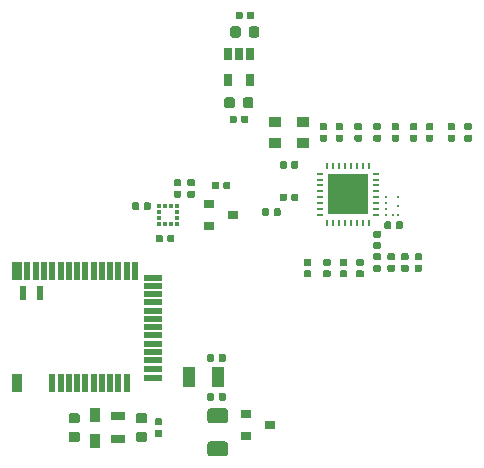
<source format=gtp>
G04 #@! TF.GenerationSoftware,KiCad,Pcbnew,5.1.4-e60b266~84~ubuntu18.04.1*
G04 #@! TF.CreationDate,2019-10-26T18:44:54+05:30*
G04 #@! TF.ProjectId,senseEle_SMA_rev1,73656e73-6545-46c6-955f-534d415f7265,rev?*
G04 #@! TF.SameCoordinates,Original*
G04 #@! TF.FileFunction,Paste,Top*
G04 #@! TF.FilePolarity,Positive*
%FSLAX46Y46*%
G04 Gerber Fmt 4.6, Leading zero omitted, Abs format (unit mm)*
G04 Created by KiCad (PCBNEW 5.1.4-e60b266~84~ubuntu18.04.1) date 2019-10-26 18:44:54*
%MOMM*%
%LPD*%
G04 APERTURE LIST*
%ADD10C,0.100000*%
%ADD11C,0.875000*%
%ADD12C,0.590000*%
%ADD13R,0.375000X0.350000*%
%ADD14R,0.350000X0.375000*%
%ADD15R,0.650000X1.060000*%
%ADD16C,1.250000*%
%ADD17R,0.900000X1.200000*%
%ADD18R,1.300000X0.700000*%
%ADD19R,0.900000X0.800000*%
%ADD20R,0.500000X1.200000*%
%ADD21R,0.900000X1.600000*%
%ADD22R,0.500000X1.600000*%
%ADD23R,1.600000X0.500000*%
%ADD24R,0.600000X0.250000*%
%ADD25R,0.250000X0.600000*%
%ADD26R,3.450000X3.450000*%
%ADD27C,0.240000*%
%ADD28R,1.000000X0.900000*%
%ADD29R,1.000000X1.800000*%
G04 APERTURE END LIST*
D10*
G36*
X32952691Y-16526053D02*
G01*
X32973926Y-16529203D01*
X32994750Y-16534419D01*
X33014962Y-16541651D01*
X33034368Y-16550830D01*
X33052781Y-16561866D01*
X33070024Y-16574654D01*
X33085930Y-16589070D01*
X33100346Y-16604976D01*
X33113134Y-16622219D01*
X33124170Y-16640632D01*
X33133349Y-16660038D01*
X33140581Y-16680250D01*
X33145797Y-16701074D01*
X33148947Y-16722309D01*
X33150000Y-16743750D01*
X33150000Y-17256250D01*
X33148947Y-17277691D01*
X33145797Y-17298926D01*
X33140581Y-17319750D01*
X33133349Y-17339962D01*
X33124170Y-17359368D01*
X33113134Y-17377781D01*
X33100346Y-17395024D01*
X33085930Y-17410930D01*
X33070024Y-17425346D01*
X33052781Y-17438134D01*
X33034368Y-17449170D01*
X33014962Y-17458349D01*
X32994750Y-17465581D01*
X32973926Y-17470797D01*
X32952691Y-17473947D01*
X32931250Y-17475000D01*
X32493750Y-17475000D01*
X32472309Y-17473947D01*
X32451074Y-17470797D01*
X32430250Y-17465581D01*
X32410038Y-17458349D01*
X32390632Y-17449170D01*
X32372219Y-17438134D01*
X32354976Y-17425346D01*
X32339070Y-17410930D01*
X32324654Y-17395024D01*
X32311866Y-17377781D01*
X32300830Y-17359368D01*
X32291651Y-17339962D01*
X32284419Y-17319750D01*
X32279203Y-17298926D01*
X32276053Y-17277691D01*
X32275000Y-17256250D01*
X32275000Y-16743750D01*
X32276053Y-16722309D01*
X32279203Y-16701074D01*
X32284419Y-16680250D01*
X32291651Y-16660038D01*
X32300830Y-16640632D01*
X32311866Y-16622219D01*
X32324654Y-16604976D01*
X32339070Y-16589070D01*
X32354976Y-16574654D01*
X32372219Y-16561866D01*
X32390632Y-16550830D01*
X32410038Y-16541651D01*
X32430250Y-16534419D01*
X32451074Y-16529203D01*
X32472309Y-16526053D01*
X32493750Y-16525000D01*
X32931250Y-16525000D01*
X32952691Y-16526053D01*
X32952691Y-16526053D01*
G37*
D11*
X32712500Y-17000000D03*
D10*
G36*
X34527691Y-16526053D02*
G01*
X34548926Y-16529203D01*
X34569750Y-16534419D01*
X34589962Y-16541651D01*
X34609368Y-16550830D01*
X34627781Y-16561866D01*
X34645024Y-16574654D01*
X34660930Y-16589070D01*
X34675346Y-16604976D01*
X34688134Y-16622219D01*
X34699170Y-16640632D01*
X34708349Y-16660038D01*
X34715581Y-16680250D01*
X34720797Y-16701074D01*
X34723947Y-16722309D01*
X34725000Y-16743750D01*
X34725000Y-17256250D01*
X34723947Y-17277691D01*
X34720797Y-17298926D01*
X34715581Y-17319750D01*
X34708349Y-17339962D01*
X34699170Y-17359368D01*
X34688134Y-17377781D01*
X34675346Y-17395024D01*
X34660930Y-17410930D01*
X34645024Y-17425346D01*
X34627781Y-17438134D01*
X34609368Y-17449170D01*
X34589962Y-17458349D01*
X34569750Y-17465581D01*
X34548926Y-17470797D01*
X34527691Y-17473947D01*
X34506250Y-17475000D01*
X34068750Y-17475000D01*
X34047309Y-17473947D01*
X34026074Y-17470797D01*
X34005250Y-17465581D01*
X33985038Y-17458349D01*
X33965632Y-17449170D01*
X33947219Y-17438134D01*
X33929976Y-17425346D01*
X33914070Y-17410930D01*
X33899654Y-17395024D01*
X33886866Y-17377781D01*
X33875830Y-17359368D01*
X33866651Y-17339962D01*
X33859419Y-17319750D01*
X33854203Y-17298926D01*
X33851053Y-17277691D01*
X33850000Y-17256250D01*
X33850000Y-16743750D01*
X33851053Y-16722309D01*
X33854203Y-16701074D01*
X33859419Y-16680250D01*
X33866651Y-16660038D01*
X33875830Y-16640632D01*
X33886866Y-16622219D01*
X33899654Y-16604976D01*
X33914070Y-16589070D01*
X33929976Y-16574654D01*
X33947219Y-16561866D01*
X33965632Y-16550830D01*
X33985038Y-16541651D01*
X34005250Y-16534419D01*
X34026074Y-16529203D01*
X34047309Y-16526053D01*
X34068750Y-16525000D01*
X34506250Y-16525000D01*
X34527691Y-16526053D01*
X34527691Y-16526053D01*
G37*
D11*
X34287500Y-17000000D03*
D10*
G36*
X34027691Y-22526053D02*
G01*
X34048926Y-22529203D01*
X34069750Y-22534419D01*
X34089962Y-22541651D01*
X34109368Y-22550830D01*
X34127781Y-22561866D01*
X34145024Y-22574654D01*
X34160930Y-22589070D01*
X34175346Y-22604976D01*
X34188134Y-22622219D01*
X34199170Y-22640632D01*
X34208349Y-22660038D01*
X34215581Y-22680250D01*
X34220797Y-22701074D01*
X34223947Y-22722309D01*
X34225000Y-22743750D01*
X34225000Y-23256250D01*
X34223947Y-23277691D01*
X34220797Y-23298926D01*
X34215581Y-23319750D01*
X34208349Y-23339962D01*
X34199170Y-23359368D01*
X34188134Y-23377781D01*
X34175346Y-23395024D01*
X34160930Y-23410930D01*
X34145024Y-23425346D01*
X34127781Y-23438134D01*
X34109368Y-23449170D01*
X34089962Y-23458349D01*
X34069750Y-23465581D01*
X34048926Y-23470797D01*
X34027691Y-23473947D01*
X34006250Y-23475000D01*
X33568750Y-23475000D01*
X33547309Y-23473947D01*
X33526074Y-23470797D01*
X33505250Y-23465581D01*
X33485038Y-23458349D01*
X33465632Y-23449170D01*
X33447219Y-23438134D01*
X33429976Y-23425346D01*
X33414070Y-23410930D01*
X33399654Y-23395024D01*
X33386866Y-23377781D01*
X33375830Y-23359368D01*
X33366651Y-23339962D01*
X33359419Y-23319750D01*
X33354203Y-23298926D01*
X33351053Y-23277691D01*
X33350000Y-23256250D01*
X33350000Y-22743750D01*
X33351053Y-22722309D01*
X33354203Y-22701074D01*
X33359419Y-22680250D01*
X33366651Y-22660038D01*
X33375830Y-22640632D01*
X33386866Y-22622219D01*
X33399654Y-22604976D01*
X33414070Y-22589070D01*
X33429976Y-22574654D01*
X33447219Y-22561866D01*
X33465632Y-22550830D01*
X33485038Y-22541651D01*
X33505250Y-22534419D01*
X33526074Y-22529203D01*
X33547309Y-22526053D01*
X33568750Y-22525000D01*
X34006250Y-22525000D01*
X34027691Y-22526053D01*
X34027691Y-22526053D01*
G37*
D11*
X33787500Y-23000000D03*
D10*
G36*
X32452691Y-22526053D02*
G01*
X32473926Y-22529203D01*
X32494750Y-22534419D01*
X32514962Y-22541651D01*
X32534368Y-22550830D01*
X32552781Y-22561866D01*
X32570024Y-22574654D01*
X32585930Y-22589070D01*
X32600346Y-22604976D01*
X32613134Y-22622219D01*
X32624170Y-22640632D01*
X32633349Y-22660038D01*
X32640581Y-22680250D01*
X32645797Y-22701074D01*
X32648947Y-22722309D01*
X32650000Y-22743750D01*
X32650000Y-23256250D01*
X32648947Y-23277691D01*
X32645797Y-23298926D01*
X32640581Y-23319750D01*
X32633349Y-23339962D01*
X32624170Y-23359368D01*
X32613134Y-23377781D01*
X32600346Y-23395024D01*
X32585930Y-23410930D01*
X32570024Y-23425346D01*
X32552781Y-23438134D01*
X32534368Y-23449170D01*
X32514962Y-23458349D01*
X32494750Y-23465581D01*
X32473926Y-23470797D01*
X32452691Y-23473947D01*
X32431250Y-23475000D01*
X31993750Y-23475000D01*
X31972309Y-23473947D01*
X31951074Y-23470797D01*
X31930250Y-23465581D01*
X31910038Y-23458349D01*
X31890632Y-23449170D01*
X31872219Y-23438134D01*
X31854976Y-23425346D01*
X31839070Y-23410930D01*
X31824654Y-23395024D01*
X31811866Y-23377781D01*
X31800830Y-23359368D01*
X31791651Y-23339962D01*
X31784419Y-23319750D01*
X31779203Y-23298926D01*
X31776053Y-23277691D01*
X31775000Y-23256250D01*
X31775000Y-22743750D01*
X31776053Y-22722309D01*
X31779203Y-22701074D01*
X31784419Y-22680250D01*
X31791651Y-22660038D01*
X31800830Y-22640632D01*
X31811866Y-22622219D01*
X31824654Y-22604976D01*
X31839070Y-22589070D01*
X31854976Y-22574654D01*
X31872219Y-22561866D01*
X31890632Y-22550830D01*
X31910038Y-22541651D01*
X31930250Y-22534419D01*
X31951074Y-22529203D01*
X31972309Y-22526053D01*
X31993750Y-22525000D01*
X32431250Y-22525000D01*
X32452691Y-22526053D01*
X32452691Y-22526053D01*
G37*
D11*
X32212500Y-23000000D03*
D10*
G36*
X19327691Y-50851053D02*
G01*
X19348926Y-50854203D01*
X19369750Y-50859419D01*
X19389962Y-50866651D01*
X19409368Y-50875830D01*
X19427781Y-50886866D01*
X19445024Y-50899654D01*
X19460930Y-50914070D01*
X19475346Y-50929976D01*
X19488134Y-50947219D01*
X19499170Y-50965632D01*
X19508349Y-50985038D01*
X19515581Y-51005250D01*
X19520797Y-51026074D01*
X19523947Y-51047309D01*
X19525000Y-51068750D01*
X19525000Y-51506250D01*
X19523947Y-51527691D01*
X19520797Y-51548926D01*
X19515581Y-51569750D01*
X19508349Y-51589962D01*
X19499170Y-51609368D01*
X19488134Y-51627781D01*
X19475346Y-51645024D01*
X19460930Y-51660930D01*
X19445024Y-51675346D01*
X19427781Y-51688134D01*
X19409368Y-51699170D01*
X19389962Y-51708349D01*
X19369750Y-51715581D01*
X19348926Y-51720797D01*
X19327691Y-51723947D01*
X19306250Y-51725000D01*
X18793750Y-51725000D01*
X18772309Y-51723947D01*
X18751074Y-51720797D01*
X18730250Y-51715581D01*
X18710038Y-51708349D01*
X18690632Y-51699170D01*
X18672219Y-51688134D01*
X18654976Y-51675346D01*
X18639070Y-51660930D01*
X18624654Y-51645024D01*
X18611866Y-51627781D01*
X18600830Y-51609368D01*
X18591651Y-51589962D01*
X18584419Y-51569750D01*
X18579203Y-51548926D01*
X18576053Y-51527691D01*
X18575000Y-51506250D01*
X18575000Y-51068750D01*
X18576053Y-51047309D01*
X18579203Y-51026074D01*
X18584419Y-51005250D01*
X18591651Y-50985038D01*
X18600830Y-50965632D01*
X18611866Y-50947219D01*
X18624654Y-50929976D01*
X18639070Y-50914070D01*
X18654976Y-50899654D01*
X18672219Y-50886866D01*
X18690632Y-50875830D01*
X18710038Y-50866651D01*
X18730250Y-50859419D01*
X18751074Y-50854203D01*
X18772309Y-50851053D01*
X18793750Y-50850000D01*
X19306250Y-50850000D01*
X19327691Y-50851053D01*
X19327691Y-50851053D01*
G37*
D11*
X19050000Y-51287500D03*
D10*
G36*
X19327691Y-49276053D02*
G01*
X19348926Y-49279203D01*
X19369750Y-49284419D01*
X19389962Y-49291651D01*
X19409368Y-49300830D01*
X19427781Y-49311866D01*
X19445024Y-49324654D01*
X19460930Y-49339070D01*
X19475346Y-49354976D01*
X19488134Y-49372219D01*
X19499170Y-49390632D01*
X19508349Y-49410038D01*
X19515581Y-49430250D01*
X19520797Y-49451074D01*
X19523947Y-49472309D01*
X19525000Y-49493750D01*
X19525000Y-49931250D01*
X19523947Y-49952691D01*
X19520797Y-49973926D01*
X19515581Y-49994750D01*
X19508349Y-50014962D01*
X19499170Y-50034368D01*
X19488134Y-50052781D01*
X19475346Y-50070024D01*
X19460930Y-50085930D01*
X19445024Y-50100346D01*
X19427781Y-50113134D01*
X19409368Y-50124170D01*
X19389962Y-50133349D01*
X19369750Y-50140581D01*
X19348926Y-50145797D01*
X19327691Y-50148947D01*
X19306250Y-50150000D01*
X18793750Y-50150000D01*
X18772309Y-50148947D01*
X18751074Y-50145797D01*
X18730250Y-50140581D01*
X18710038Y-50133349D01*
X18690632Y-50124170D01*
X18672219Y-50113134D01*
X18654976Y-50100346D01*
X18639070Y-50085930D01*
X18624654Y-50070024D01*
X18611866Y-50052781D01*
X18600830Y-50034368D01*
X18591651Y-50014962D01*
X18584419Y-49994750D01*
X18579203Y-49973926D01*
X18576053Y-49952691D01*
X18575000Y-49931250D01*
X18575000Y-49493750D01*
X18576053Y-49472309D01*
X18579203Y-49451074D01*
X18584419Y-49430250D01*
X18591651Y-49410038D01*
X18600830Y-49390632D01*
X18611866Y-49372219D01*
X18624654Y-49354976D01*
X18639070Y-49339070D01*
X18654976Y-49324654D01*
X18672219Y-49311866D01*
X18690632Y-49300830D01*
X18710038Y-49291651D01*
X18730250Y-49284419D01*
X18751074Y-49279203D01*
X18772309Y-49276053D01*
X18793750Y-49275000D01*
X19306250Y-49275000D01*
X19327691Y-49276053D01*
X19327691Y-49276053D01*
G37*
D11*
X19050000Y-49712500D03*
D10*
G36*
X25027691Y-49276053D02*
G01*
X25048926Y-49279203D01*
X25069750Y-49284419D01*
X25089962Y-49291651D01*
X25109368Y-49300830D01*
X25127781Y-49311866D01*
X25145024Y-49324654D01*
X25160930Y-49339070D01*
X25175346Y-49354976D01*
X25188134Y-49372219D01*
X25199170Y-49390632D01*
X25208349Y-49410038D01*
X25215581Y-49430250D01*
X25220797Y-49451074D01*
X25223947Y-49472309D01*
X25225000Y-49493750D01*
X25225000Y-49931250D01*
X25223947Y-49952691D01*
X25220797Y-49973926D01*
X25215581Y-49994750D01*
X25208349Y-50014962D01*
X25199170Y-50034368D01*
X25188134Y-50052781D01*
X25175346Y-50070024D01*
X25160930Y-50085930D01*
X25145024Y-50100346D01*
X25127781Y-50113134D01*
X25109368Y-50124170D01*
X25089962Y-50133349D01*
X25069750Y-50140581D01*
X25048926Y-50145797D01*
X25027691Y-50148947D01*
X25006250Y-50150000D01*
X24493750Y-50150000D01*
X24472309Y-50148947D01*
X24451074Y-50145797D01*
X24430250Y-50140581D01*
X24410038Y-50133349D01*
X24390632Y-50124170D01*
X24372219Y-50113134D01*
X24354976Y-50100346D01*
X24339070Y-50085930D01*
X24324654Y-50070024D01*
X24311866Y-50052781D01*
X24300830Y-50034368D01*
X24291651Y-50014962D01*
X24284419Y-49994750D01*
X24279203Y-49973926D01*
X24276053Y-49952691D01*
X24275000Y-49931250D01*
X24275000Y-49493750D01*
X24276053Y-49472309D01*
X24279203Y-49451074D01*
X24284419Y-49430250D01*
X24291651Y-49410038D01*
X24300830Y-49390632D01*
X24311866Y-49372219D01*
X24324654Y-49354976D01*
X24339070Y-49339070D01*
X24354976Y-49324654D01*
X24372219Y-49311866D01*
X24390632Y-49300830D01*
X24410038Y-49291651D01*
X24430250Y-49284419D01*
X24451074Y-49279203D01*
X24472309Y-49276053D01*
X24493750Y-49275000D01*
X25006250Y-49275000D01*
X25027691Y-49276053D01*
X25027691Y-49276053D01*
G37*
D11*
X24750000Y-49712500D03*
D10*
G36*
X25027691Y-50851053D02*
G01*
X25048926Y-50854203D01*
X25069750Y-50859419D01*
X25089962Y-50866651D01*
X25109368Y-50875830D01*
X25127781Y-50886866D01*
X25145024Y-50899654D01*
X25160930Y-50914070D01*
X25175346Y-50929976D01*
X25188134Y-50947219D01*
X25199170Y-50965632D01*
X25208349Y-50985038D01*
X25215581Y-51005250D01*
X25220797Y-51026074D01*
X25223947Y-51047309D01*
X25225000Y-51068750D01*
X25225000Y-51506250D01*
X25223947Y-51527691D01*
X25220797Y-51548926D01*
X25215581Y-51569750D01*
X25208349Y-51589962D01*
X25199170Y-51609368D01*
X25188134Y-51627781D01*
X25175346Y-51645024D01*
X25160930Y-51660930D01*
X25145024Y-51675346D01*
X25127781Y-51688134D01*
X25109368Y-51699170D01*
X25089962Y-51708349D01*
X25069750Y-51715581D01*
X25048926Y-51720797D01*
X25027691Y-51723947D01*
X25006250Y-51725000D01*
X24493750Y-51725000D01*
X24472309Y-51723947D01*
X24451074Y-51720797D01*
X24430250Y-51715581D01*
X24410038Y-51708349D01*
X24390632Y-51699170D01*
X24372219Y-51688134D01*
X24354976Y-51675346D01*
X24339070Y-51660930D01*
X24324654Y-51645024D01*
X24311866Y-51627781D01*
X24300830Y-51609368D01*
X24291651Y-51589962D01*
X24284419Y-51569750D01*
X24279203Y-51548926D01*
X24276053Y-51527691D01*
X24275000Y-51506250D01*
X24275000Y-51068750D01*
X24276053Y-51047309D01*
X24279203Y-51026074D01*
X24284419Y-51005250D01*
X24291651Y-50985038D01*
X24300830Y-50965632D01*
X24311866Y-50947219D01*
X24324654Y-50929976D01*
X24339070Y-50914070D01*
X24354976Y-50899654D01*
X24372219Y-50886866D01*
X24390632Y-50875830D01*
X24410038Y-50866651D01*
X24430250Y-50859419D01*
X24451074Y-50854203D01*
X24472309Y-50851053D01*
X24493750Y-50850000D01*
X25006250Y-50850000D01*
X25027691Y-50851053D01*
X25027691Y-50851053D01*
G37*
D11*
X24750000Y-51287500D03*
D10*
G36*
X26386958Y-49720710D02*
G01*
X26401276Y-49722834D01*
X26415317Y-49726351D01*
X26428946Y-49731228D01*
X26442031Y-49737417D01*
X26454447Y-49744858D01*
X26466073Y-49753481D01*
X26476798Y-49763202D01*
X26486519Y-49773927D01*
X26495142Y-49785553D01*
X26502583Y-49797969D01*
X26508772Y-49811054D01*
X26513649Y-49824683D01*
X26517166Y-49838724D01*
X26519290Y-49853042D01*
X26520000Y-49867500D01*
X26520000Y-50162500D01*
X26519290Y-50176958D01*
X26517166Y-50191276D01*
X26513649Y-50205317D01*
X26508772Y-50218946D01*
X26502583Y-50232031D01*
X26495142Y-50244447D01*
X26486519Y-50256073D01*
X26476798Y-50266798D01*
X26466073Y-50276519D01*
X26454447Y-50285142D01*
X26442031Y-50292583D01*
X26428946Y-50298772D01*
X26415317Y-50303649D01*
X26401276Y-50307166D01*
X26386958Y-50309290D01*
X26372500Y-50310000D01*
X26027500Y-50310000D01*
X26013042Y-50309290D01*
X25998724Y-50307166D01*
X25984683Y-50303649D01*
X25971054Y-50298772D01*
X25957969Y-50292583D01*
X25945553Y-50285142D01*
X25933927Y-50276519D01*
X25923202Y-50266798D01*
X25913481Y-50256073D01*
X25904858Y-50244447D01*
X25897417Y-50232031D01*
X25891228Y-50218946D01*
X25886351Y-50205317D01*
X25882834Y-50191276D01*
X25880710Y-50176958D01*
X25880000Y-50162500D01*
X25880000Y-49867500D01*
X25880710Y-49853042D01*
X25882834Y-49838724D01*
X25886351Y-49824683D01*
X25891228Y-49811054D01*
X25897417Y-49797969D01*
X25904858Y-49785553D01*
X25913481Y-49773927D01*
X25923202Y-49763202D01*
X25933927Y-49753481D01*
X25945553Y-49744858D01*
X25957969Y-49737417D01*
X25971054Y-49731228D01*
X25984683Y-49726351D01*
X25998724Y-49722834D01*
X26013042Y-49720710D01*
X26027500Y-49720000D01*
X26372500Y-49720000D01*
X26386958Y-49720710D01*
X26386958Y-49720710D01*
G37*
D12*
X26200000Y-50015000D03*
D10*
G36*
X26386958Y-50690710D02*
G01*
X26401276Y-50692834D01*
X26415317Y-50696351D01*
X26428946Y-50701228D01*
X26442031Y-50707417D01*
X26454447Y-50714858D01*
X26466073Y-50723481D01*
X26476798Y-50733202D01*
X26486519Y-50743927D01*
X26495142Y-50755553D01*
X26502583Y-50767969D01*
X26508772Y-50781054D01*
X26513649Y-50794683D01*
X26517166Y-50808724D01*
X26519290Y-50823042D01*
X26520000Y-50837500D01*
X26520000Y-51132500D01*
X26519290Y-51146958D01*
X26517166Y-51161276D01*
X26513649Y-51175317D01*
X26508772Y-51188946D01*
X26502583Y-51202031D01*
X26495142Y-51214447D01*
X26486519Y-51226073D01*
X26476798Y-51236798D01*
X26466073Y-51246519D01*
X26454447Y-51255142D01*
X26442031Y-51262583D01*
X26428946Y-51268772D01*
X26415317Y-51273649D01*
X26401276Y-51277166D01*
X26386958Y-51279290D01*
X26372500Y-51280000D01*
X26027500Y-51280000D01*
X26013042Y-51279290D01*
X25998724Y-51277166D01*
X25984683Y-51273649D01*
X25971054Y-51268772D01*
X25957969Y-51262583D01*
X25945553Y-51255142D01*
X25933927Y-51246519D01*
X25923202Y-51236798D01*
X25913481Y-51226073D01*
X25904858Y-51214447D01*
X25897417Y-51202031D01*
X25891228Y-51188946D01*
X25886351Y-51175317D01*
X25882834Y-51161276D01*
X25880710Y-51146958D01*
X25880000Y-51132500D01*
X25880000Y-50837500D01*
X25880710Y-50823042D01*
X25882834Y-50808724D01*
X25886351Y-50794683D01*
X25891228Y-50781054D01*
X25897417Y-50767969D01*
X25904858Y-50755553D01*
X25913481Y-50743927D01*
X25923202Y-50733202D01*
X25933927Y-50723481D01*
X25945553Y-50714858D01*
X25957969Y-50707417D01*
X25971054Y-50701228D01*
X25984683Y-50696351D01*
X25998724Y-50692834D01*
X26013042Y-50690710D01*
X26027500Y-50690000D01*
X26372500Y-50690000D01*
X26386958Y-50690710D01*
X26386958Y-50690710D01*
G37*
D12*
X26200000Y-50985000D03*
D10*
G36*
X31746958Y-47580710D02*
G01*
X31761276Y-47582834D01*
X31775317Y-47586351D01*
X31788946Y-47591228D01*
X31802031Y-47597417D01*
X31814447Y-47604858D01*
X31826073Y-47613481D01*
X31836798Y-47623202D01*
X31846519Y-47633927D01*
X31855142Y-47645553D01*
X31862583Y-47657969D01*
X31868772Y-47671054D01*
X31873649Y-47684683D01*
X31877166Y-47698724D01*
X31879290Y-47713042D01*
X31880000Y-47727500D01*
X31880000Y-48072500D01*
X31879290Y-48086958D01*
X31877166Y-48101276D01*
X31873649Y-48115317D01*
X31868772Y-48128946D01*
X31862583Y-48142031D01*
X31855142Y-48154447D01*
X31846519Y-48166073D01*
X31836798Y-48176798D01*
X31826073Y-48186519D01*
X31814447Y-48195142D01*
X31802031Y-48202583D01*
X31788946Y-48208772D01*
X31775317Y-48213649D01*
X31761276Y-48217166D01*
X31746958Y-48219290D01*
X31732500Y-48220000D01*
X31437500Y-48220000D01*
X31423042Y-48219290D01*
X31408724Y-48217166D01*
X31394683Y-48213649D01*
X31381054Y-48208772D01*
X31367969Y-48202583D01*
X31355553Y-48195142D01*
X31343927Y-48186519D01*
X31333202Y-48176798D01*
X31323481Y-48166073D01*
X31314858Y-48154447D01*
X31307417Y-48142031D01*
X31301228Y-48128946D01*
X31296351Y-48115317D01*
X31292834Y-48101276D01*
X31290710Y-48086958D01*
X31290000Y-48072500D01*
X31290000Y-47727500D01*
X31290710Y-47713042D01*
X31292834Y-47698724D01*
X31296351Y-47684683D01*
X31301228Y-47671054D01*
X31307417Y-47657969D01*
X31314858Y-47645553D01*
X31323481Y-47633927D01*
X31333202Y-47623202D01*
X31343927Y-47613481D01*
X31355553Y-47604858D01*
X31367969Y-47597417D01*
X31381054Y-47591228D01*
X31394683Y-47586351D01*
X31408724Y-47582834D01*
X31423042Y-47580710D01*
X31437500Y-47580000D01*
X31732500Y-47580000D01*
X31746958Y-47580710D01*
X31746958Y-47580710D01*
G37*
D12*
X31585000Y-47900000D03*
D10*
G36*
X30776958Y-47580710D02*
G01*
X30791276Y-47582834D01*
X30805317Y-47586351D01*
X30818946Y-47591228D01*
X30832031Y-47597417D01*
X30844447Y-47604858D01*
X30856073Y-47613481D01*
X30866798Y-47623202D01*
X30876519Y-47633927D01*
X30885142Y-47645553D01*
X30892583Y-47657969D01*
X30898772Y-47671054D01*
X30903649Y-47684683D01*
X30907166Y-47698724D01*
X30909290Y-47713042D01*
X30910000Y-47727500D01*
X30910000Y-48072500D01*
X30909290Y-48086958D01*
X30907166Y-48101276D01*
X30903649Y-48115317D01*
X30898772Y-48128946D01*
X30892583Y-48142031D01*
X30885142Y-48154447D01*
X30876519Y-48166073D01*
X30866798Y-48176798D01*
X30856073Y-48186519D01*
X30844447Y-48195142D01*
X30832031Y-48202583D01*
X30818946Y-48208772D01*
X30805317Y-48213649D01*
X30791276Y-48217166D01*
X30776958Y-48219290D01*
X30762500Y-48220000D01*
X30467500Y-48220000D01*
X30453042Y-48219290D01*
X30438724Y-48217166D01*
X30424683Y-48213649D01*
X30411054Y-48208772D01*
X30397969Y-48202583D01*
X30385553Y-48195142D01*
X30373927Y-48186519D01*
X30363202Y-48176798D01*
X30353481Y-48166073D01*
X30344858Y-48154447D01*
X30337417Y-48142031D01*
X30331228Y-48128946D01*
X30326351Y-48115317D01*
X30322834Y-48101276D01*
X30320710Y-48086958D01*
X30320000Y-48072500D01*
X30320000Y-47727500D01*
X30320710Y-47713042D01*
X30322834Y-47698724D01*
X30326351Y-47684683D01*
X30331228Y-47671054D01*
X30337417Y-47657969D01*
X30344858Y-47645553D01*
X30353481Y-47633927D01*
X30363202Y-47623202D01*
X30373927Y-47613481D01*
X30385553Y-47604858D01*
X30397969Y-47597417D01*
X30411054Y-47591228D01*
X30424683Y-47586351D01*
X30438724Y-47582834D01*
X30453042Y-47580710D01*
X30467500Y-47580000D01*
X30762500Y-47580000D01*
X30776958Y-47580710D01*
X30776958Y-47580710D01*
G37*
D12*
X30615000Y-47900000D03*
D10*
G36*
X30776958Y-44280710D02*
G01*
X30791276Y-44282834D01*
X30805317Y-44286351D01*
X30818946Y-44291228D01*
X30832031Y-44297417D01*
X30844447Y-44304858D01*
X30856073Y-44313481D01*
X30866798Y-44323202D01*
X30876519Y-44333927D01*
X30885142Y-44345553D01*
X30892583Y-44357969D01*
X30898772Y-44371054D01*
X30903649Y-44384683D01*
X30907166Y-44398724D01*
X30909290Y-44413042D01*
X30910000Y-44427500D01*
X30910000Y-44772500D01*
X30909290Y-44786958D01*
X30907166Y-44801276D01*
X30903649Y-44815317D01*
X30898772Y-44828946D01*
X30892583Y-44842031D01*
X30885142Y-44854447D01*
X30876519Y-44866073D01*
X30866798Y-44876798D01*
X30856073Y-44886519D01*
X30844447Y-44895142D01*
X30832031Y-44902583D01*
X30818946Y-44908772D01*
X30805317Y-44913649D01*
X30791276Y-44917166D01*
X30776958Y-44919290D01*
X30762500Y-44920000D01*
X30467500Y-44920000D01*
X30453042Y-44919290D01*
X30438724Y-44917166D01*
X30424683Y-44913649D01*
X30411054Y-44908772D01*
X30397969Y-44902583D01*
X30385553Y-44895142D01*
X30373927Y-44886519D01*
X30363202Y-44876798D01*
X30353481Y-44866073D01*
X30344858Y-44854447D01*
X30337417Y-44842031D01*
X30331228Y-44828946D01*
X30326351Y-44815317D01*
X30322834Y-44801276D01*
X30320710Y-44786958D01*
X30320000Y-44772500D01*
X30320000Y-44427500D01*
X30320710Y-44413042D01*
X30322834Y-44398724D01*
X30326351Y-44384683D01*
X30331228Y-44371054D01*
X30337417Y-44357969D01*
X30344858Y-44345553D01*
X30353481Y-44333927D01*
X30363202Y-44323202D01*
X30373927Y-44313481D01*
X30385553Y-44304858D01*
X30397969Y-44297417D01*
X30411054Y-44291228D01*
X30424683Y-44286351D01*
X30438724Y-44282834D01*
X30453042Y-44280710D01*
X30467500Y-44280000D01*
X30762500Y-44280000D01*
X30776958Y-44280710D01*
X30776958Y-44280710D01*
G37*
D12*
X30615000Y-44600000D03*
D10*
G36*
X31746958Y-44280710D02*
G01*
X31761276Y-44282834D01*
X31775317Y-44286351D01*
X31788946Y-44291228D01*
X31802031Y-44297417D01*
X31814447Y-44304858D01*
X31826073Y-44313481D01*
X31836798Y-44323202D01*
X31846519Y-44333927D01*
X31855142Y-44345553D01*
X31862583Y-44357969D01*
X31868772Y-44371054D01*
X31873649Y-44384683D01*
X31877166Y-44398724D01*
X31879290Y-44413042D01*
X31880000Y-44427500D01*
X31880000Y-44772500D01*
X31879290Y-44786958D01*
X31877166Y-44801276D01*
X31873649Y-44815317D01*
X31868772Y-44828946D01*
X31862583Y-44842031D01*
X31855142Y-44854447D01*
X31846519Y-44866073D01*
X31836798Y-44876798D01*
X31826073Y-44886519D01*
X31814447Y-44895142D01*
X31802031Y-44902583D01*
X31788946Y-44908772D01*
X31775317Y-44913649D01*
X31761276Y-44917166D01*
X31746958Y-44919290D01*
X31732500Y-44920000D01*
X31437500Y-44920000D01*
X31423042Y-44919290D01*
X31408724Y-44917166D01*
X31394683Y-44913649D01*
X31381054Y-44908772D01*
X31367969Y-44902583D01*
X31355553Y-44895142D01*
X31343927Y-44886519D01*
X31333202Y-44876798D01*
X31323481Y-44866073D01*
X31314858Y-44854447D01*
X31307417Y-44842031D01*
X31301228Y-44828946D01*
X31296351Y-44815317D01*
X31292834Y-44801276D01*
X31290710Y-44786958D01*
X31290000Y-44772500D01*
X31290000Y-44427500D01*
X31290710Y-44413042D01*
X31292834Y-44398724D01*
X31296351Y-44384683D01*
X31301228Y-44371054D01*
X31307417Y-44357969D01*
X31314858Y-44345553D01*
X31323481Y-44333927D01*
X31333202Y-44323202D01*
X31343927Y-44313481D01*
X31355553Y-44304858D01*
X31367969Y-44297417D01*
X31381054Y-44291228D01*
X31394683Y-44286351D01*
X31408724Y-44282834D01*
X31423042Y-44280710D01*
X31437500Y-44280000D01*
X31732500Y-44280000D01*
X31746958Y-44280710D01*
X31746958Y-44280710D01*
G37*
D12*
X31585000Y-44600000D03*
D10*
G36*
X33646958Y-24080710D02*
G01*
X33661276Y-24082834D01*
X33675317Y-24086351D01*
X33688946Y-24091228D01*
X33702031Y-24097417D01*
X33714447Y-24104858D01*
X33726073Y-24113481D01*
X33736798Y-24123202D01*
X33746519Y-24133927D01*
X33755142Y-24145553D01*
X33762583Y-24157969D01*
X33768772Y-24171054D01*
X33773649Y-24184683D01*
X33777166Y-24198724D01*
X33779290Y-24213042D01*
X33780000Y-24227500D01*
X33780000Y-24572500D01*
X33779290Y-24586958D01*
X33777166Y-24601276D01*
X33773649Y-24615317D01*
X33768772Y-24628946D01*
X33762583Y-24642031D01*
X33755142Y-24654447D01*
X33746519Y-24666073D01*
X33736798Y-24676798D01*
X33726073Y-24686519D01*
X33714447Y-24695142D01*
X33702031Y-24702583D01*
X33688946Y-24708772D01*
X33675317Y-24713649D01*
X33661276Y-24717166D01*
X33646958Y-24719290D01*
X33632500Y-24720000D01*
X33337500Y-24720000D01*
X33323042Y-24719290D01*
X33308724Y-24717166D01*
X33294683Y-24713649D01*
X33281054Y-24708772D01*
X33267969Y-24702583D01*
X33255553Y-24695142D01*
X33243927Y-24686519D01*
X33233202Y-24676798D01*
X33223481Y-24666073D01*
X33214858Y-24654447D01*
X33207417Y-24642031D01*
X33201228Y-24628946D01*
X33196351Y-24615317D01*
X33192834Y-24601276D01*
X33190710Y-24586958D01*
X33190000Y-24572500D01*
X33190000Y-24227500D01*
X33190710Y-24213042D01*
X33192834Y-24198724D01*
X33196351Y-24184683D01*
X33201228Y-24171054D01*
X33207417Y-24157969D01*
X33214858Y-24145553D01*
X33223481Y-24133927D01*
X33233202Y-24123202D01*
X33243927Y-24113481D01*
X33255553Y-24104858D01*
X33267969Y-24097417D01*
X33281054Y-24091228D01*
X33294683Y-24086351D01*
X33308724Y-24082834D01*
X33323042Y-24080710D01*
X33337500Y-24080000D01*
X33632500Y-24080000D01*
X33646958Y-24080710D01*
X33646958Y-24080710D01*
G37*
D12*
X33485000Y-24400000D03*
D10*
G36*
X32676958Y-24080710D02*
G01*
X32691276Y-24082834D01*
X32705317Y-24086351D01*
X32718946Y-24091228D01*
X32732031Y-24097417D01*
X32744447Y-24104858D01*
X32756073Y-24113481D01*
X32766798Y-24123202D01*
X32776519Y-24133927D01*
X32785142Y-24145553D01*
X32792583Y-24157969D01*
X32798772Y-24171054D01*
X32803649Y-24184683D01*
X32807166Y-24198724D01*
X32809290Y-24213042D01*
X32810000Y-24227500D01*
X32810000Y-24572500D01*
X32809290Y-24586958D01*
X32807166Y-24601276D01*
X32803649Y-24615317D01*
X32798772Y-24628946D01*
X32792583Y-24642031D01*
X32785142Y-24654447D01*
X32776519Y-24666073D01*
X32766798Y-24676798D01*
X32756073Y-24686519D01*
X32744447Y-24695142D01*
X32732031Y-24702583D01*
X32718946Y-24708772D01*
X32705317Y-24713649D01*
X32691276Y-24717166D01*
X32676958Y-24719290D01*
X32662500Y-24720000D01*
X32367500Y-24720000D01*
X32353042Y-24719290D01*
X32338724Y-24717166D01*
X32324683Y-24713649D01*
X32311054Y-24708772D01*
X32297969Y-24702583D01*
X32285553Y-24695142D01*
X32273927Y-24686519D01*
X32263202Y-24676798D01*
X32253481Y-24666073D01*
X32244858Y-24654447D01*
X32237417Y-24642031D01*
X32231228Y-24628946D01*
X32226351Y-24615317D01*
X32222834Y-24601276D01*
X32220710Y-24586958D01*
X32220000Y-24572500D01*
X32220000Y-24227500D01*
X32220710Y-24213042D01*
X32222834Y-24198724D01*
X32226351Y-24184683D01*
X32231228Y-24171054D01*
X32237417Y-24157969D01*
X32244858Y-24145553D01*
X32253481Y-24133927D01*
X32263202Y-24123202D01*
X32273927Y-24113481D01*
X32285553Y-24104858D01*
X32297969Y-24097417D01*
X32311054Y-24091228D01*
X32324683Y-24086351D01*
X32338724Y-24082834D01*
X32353042Y-24080710D01*
X32367500Y-24080000D01*
X32662500Y-24080000D01*
X32676958Y-24080710D01*
X32676958Y-24080710D01*
G37*
D12*
X32515000Y-24400000D03*
D10*
G36*
X40336958Y-25690710D02*
G01*
X40351276Y-25692834D01*
X40365317Y-25696351D01*
X40378946Y-25701228D01*
X40392031Y-25707417D01*
X40404447Y-25714858D01*
X40416073Y-25723481D01*
X40426798Y-25733202D01*
X40436519Y-25743927D01*
X40445142Y-25755553D01*
X40452583Y-25767969D01*
X40458772Y-25781054D01*
X40463649Y-25794683D01*
X40467166Y-25808724D01*
X40469290Y-25823042D01*
X40470000Y-25837500D01*
X40470000Y-26132500D01*
X40469290Y-26146958D01*
X40467166Y-26161276D01*
X40463649Y-26175317D01*
X40458772Y-26188946D01*
X40452583Y-26202031D01*
X40445142Y-26214447D01*
X40436519Y-26226073D01*
X40426798Y-26236798D01*
X40416073Y-26246519D01*
X40404447Y-26255142D01*
X40392031Y-26262583D01*
X40378946Y-26268772D01*
X40365317Y-26273649D01*
X40351276Y-26277166D01*
X40336958Y-26279290D01*
X40322500Y-26280000D01*
X39977500Y-26280000D01*
X39963042Y-26279290D01*
X39948724Y-26277166D01*
X39934683Y-26273649D01*
X39921054Y-26268772D01*
X39907969Y-26262583D01*
X39895553Y-26255142D01*
X39883927Y-26246519D01*
X39873202Y-26236798D01*
X39863481Y-26226073D01*
X39854858Y-26214447D01*
X39847417Y-26202031D01*
X39841228Y-26188946D01*
X39836351Y-26175317D01*
X39832834Y-26161276D01*
X39830710Y-26146958D01*
X39830000Y-26132500D01*
X39830000Y-25837500D01*
X39830710Y-25823042D01*
X39832834Y-25808724D01*
X39836351Y-25794683D01*
X39841228Y-25781054D01*
X39847417Y-25767969D01*
X39854858Y-25755553D01*
X39863481Y-25743927D01*
X39873202Y-25733202D01*
X39883927Y-25723481D01*
X39895553Y-25714858D01*
X39907969Y-25707417D01*
X39921054Y-25701228D01*
X39934683Y-25696351D01*
X39948724Y-25692834D01*
X39963042Y-25690710D01*
X39977500Y-25690000D01*
X40322500Y-25690000D01*
X40336958Y-25690710D01*
X40336958Y-25690710D01*
G37*
D12*
X40150000Y-25985000D03*
D10*
G36*
X40336958Y-24720710D02*
G01*
X40351276Y-24722834D01*
X40365317Y-24726351D01*
X40378946Y-24731228D01*
X40392031Y-24737417D01*
X40404447Y-24744858D01*
X40416073Y-24753481D01*
X40426798Y-24763202D01*
X40436519Y-24773927D01*
X40445142Y-24785553D01*
X40452583Y-24797969D01*
X40458772Y-24811054D01*
X40463649Y-24824683D01*
X40467166Y-24838724D01*
X40469290Y-24853042D01*
X40470000Y-24867500D01*
X40470000Y-25162500D01*
X40469290Y-25176958D01*
X40467166Y-25191276D01*
X40463649Y-25205317D01*
X40458772Y-25218946D01*
X40452583Y-25232031D01*
X40445142Y-25244447D01*
X40436519Y-25256073D01*
X40426798Y-25266798D01*
X40416073Y-25276519D01*
X40404447Y-25285142D01*
X40392031Y-25292583D01*
X40378946Y-25298772D01*
X40365317Y-25303649D01*
X40351276Y-25307166D01*
X40336958Y-25309290D01*
X40322500Y-25310000D01*
X39977500Y-25310000D01*
X39963042Y-25309290D01*
X39948724Y-25307166D01*
X39934683Y-25303649D01*
X39921054Y-25298772D01*
X39907969Y-25292583D01*
X39895553Y-25285142D01*
X39883927Y-25276519D01*
X39873202Y-25266798D01*
X39863481Y-25256073D01*
X39854858Y-25244447D01*
X39847417Y-25232031D01*
X39841228Y-25218946D01*
X39836351Y-25205317D01*
X39832834Y-25191276D01*
X39830710Y-25176958D01*
X39830000Y-25162500D01*
X39830000Y-24867500D01*
X39830710Y-24853042D01*
X39832834Y-24838724D01*
X39836351Y-24824683D01*
X39841228Y-24811054D01*
X39847417Y-24797969D01*
X39854858Y-24785553D01*
X39863481Y-24773927D01*
X39873202Y-24763202D01*
X39883927Y-24753481D01*
X39895553Y-24744858D01*
X39907969Y-24737417D01*
X39921054Y-24731228D01*
X39934683Y-24726351D01*
X39948724Y-24722834D01*
X39963042Y-24720710D01*
X39977500Y-24720000D01*
X40322500Y-24720000D01*
X40336958Y-24720710D01*
X40336958Y-24720710D01*
G37*
D12*
X40150000Y-25015000D03*
D13*
X26237500Y-32250000D03*
X26237500Y-32750000D03*
X27762500Y-32250000D03*
X27762500Y-32750000D03*
X26237500Y-33250000D03*
X27762500Y-33250000D03*
X26237500Y-31750000D03*
X27762500Y-31750000D03*
D14*
X26750000Y-33262500D03*
X27250000Y-33262500D03*
X27250000Y-31737500D03*
X26750000Y-31737500D03*
D15*
X33950000Y-18900000D03*
X33000000Y-18900000D03*
X32050000Y-18900000D03*
X32050000Y-21100000D03*
X33950000Y-21100000D03*
D10*
G36*
X29136958Y-30440710D02*
G01*
X29151276Y-30442834D01*
X29165317Y-30446351D01*
X29178946Y-30451228D01*
X29192031Y-30457417D01*
X29204447Y-30464858D01*
X29216073Y-30473481D01*
X29226798Y-30483202D01*
X29236519Y-30493927D01*
X29245142Y-30505553D01*
X29252583Y-30517969D01*
X29258772Y-30531054D01*
X29263649Y-30544683D01*
X29267166Y-30558724D01*
X29269290Y-30573042D01*
X29270000Y-30587500D01*
X29270000Y-30882500D01*
X29269290Y-30896958D01*
X29267166Y-30911276D01*
X29263649Y-30925317D01*
X29258772Y-30938946D01*
X29252583Y-30952031D01*
X29245142Y-30964447D01*
X29236519Y-30976073D01*
X29226798Y-30986798D01*
X29216073Y-30996519D01*
X29204447Y-31005142D01*
X29192031Y-31012583D01*
X29178946Y-31018772D01*
X29165317Y-31023649D01*
X29151276Y-31027166D01*
X29136958Y-31029290D01*
X29122500Y-31030000D01*
X28777500Y-31030000D01*
X28763042Y-31029290D01*
X28748724Y-31027166D01*
X28734683Y-31023649D01*
X28721054Y-31018772D01*
X28707969Y-31012583D01*
X28695553Y-31005142D01*
X28683927Y-30996519D01*
X28673202Y-30986798D01*
X28663481Y-30976073D01*
X28654858Y-30964447D01*
X28647417Y-30952031D01*
X28641228Y-30938946D01*
X28636351Y-30925317D01*
X28632834Y-30911276D01*
X28630710Y-30896958D01*
X28630000Y-30882500D01*
X28630000Y-30587500D01*
X28630710Y-30573042D01*
X28632834Y-30558724D01*
X28636351Y-30544683D01*
X28641228Y-30531054D01*
X28647417Y-30517969D01*
X28654858Y-30505553D01*
X28663481Y-30493927D01*
X28673202Y-30483202D01*
X28683927Y-30473481D01*
X28695553Y-30464858D01*
X28707969Y-30457417D01*
X28721054Y-30451228D01*
X28734683Y-30446351D01*
X28748724Y-30442834D01*
X28763042Y-30440710D01*
X28777500Y-30440000D01*
X29122500Y-30440000D01*
X29136958Y-30440710D01*
X29136958Y-30440710D01*
G37*
D12*
X28950000Y-30735000D03*
D10*
G36*
X29136958Y-29470710D02*
G01*
X29151276Y-29472834D01*
X29165317Y-29476351D01*
X29178946Y-29481228D01*
X29192031Y-29487417D01*
X29204447Y-29494858D01*
X29216073Y-29503481D01*
X29226798Y-29513202D01*
X29236519Y-29523927D01*
X29245142Y-29535553D01*
X29252583Y-29547969D01*
X29258772Y-29561054D01*
X29263649Y-29574683D01*
X29267166Y-29588724D01*
X29269290Y-29603042D01*
X29270000Y-29617500D01*
X29270000Y-29912500D01*
X29269290Y-29926958D01*
X29267166Y-29941276D01*
X29263649Y-29955317D01*
X29258772Y-29968946D01*
X29252583Y-29982031D01*
X29245142Y-29994447D01*
X29236519Y-30006073D01*
X29226798Y-30016798D01*
X29216073Y-30026519D01*
X29204447Y-30035142D01*
X29192031Y-30042583D01*
X29178946Y-30048772D01*
X29165317Y-30053649D01*
X29151276Y-30057166D01*
X29136958Y-30059290D01*
X29122500Y-30060000D01*
X28777500Y-30060000D01*
X28763042Y-30059290D01*
X28748724Y-30057166D01*
X28734683Y-30053649D01*
X28721054Y-30048772D01*
X28707969Y-30042583D01*
X28695553Y-30035142D01*
X28683927Y-30026519D01*
X28673202Y-30016798D01*
X28663481Y-30006073D01*
X28654858Y-29994447D01*
X28647417Y-29982031D01*
X28641228Y-29968946D01*
X28636351Y-29955317D01*
X28632834Y-29941276D01*
X28630710Y-29926958D01*
X28630000Y-29912500D01*
X28630000Y-29617500D01*
X28630710Y-29603042D01*
X28632834Y-29588724D01*
X28636351Y-29574683D01*
X28641228Y-29561054D01*
X28647417Y-29547969D01*
X28654858Y-29535553D01*
X28663481Y-29523927D01*
X28673202Y-29513202D01*
X28683927Y-29503481D01*
X28695553Y-29494858D01*
X28707969Y-29487417D01*
X28721054Y-29481228D01*
X28734683Y-29476351D01*
X28748724Y-29472834D01*
X28763042Y-29470710D01*
X28777500Y-29470000D01*
X29122500Y-29470000D01*
X29136958Y-29470710D01*
X29136958Y-29470710D01*
G37*
D12*
X28950000Y-29765000D03*
D10*
G36*
X27986958Y-29470710D02*
G01*
X28001276Y-29472834D01*
X28015317Y-29476351D01*
X28028946Y-29481228D01*
X28042031Y-29487417D01*
X28054447Y-29494858D01*
X28066073Y-29503481D01*
X28076798Y-29513202D01*
X28086519Y-29523927D01*
X28095142Y-29535553D01*
X28102583Y-29547969D01*
X28108772Y-29561054D01*
X28113649Y-29574683D01*
X28117166Y-29588724D01*
X28119290Y-29603042D01*
X28120000Y-29617500D01*
X28120000Y-29912500D01*
X28119290Y-29926958D01*
X28117166Y-29941276D01*
X28113649Y-29955317D01*
X28108772Y-29968946D01*
X28102583Y-29982031D01*
X28095142Y-29994447D01*
X28086519Y-30006073D01*
X28076798Y-30016798D01*
X28066073Y-30026519D01*
X28054447Y-30035142D01*
X28042031Y-30042583D01*
X28028946Y-30048772D01*
X28015317Y-30053649D01*
X28001276Y-30057166D01*
X27986958Y-30059290D01*
X27972500Y-30060000D01*
X27627500Y-30060000D01*
X27613042Y-30059290D01*
X27598724Y-30057166D01*
X27584683Y-30053649D01*
X27571054Y-30048772D01*
X27557969Y-30042583D01*
X27545553Y-30035142D01*
X27533927Y-30026519D01*
X27523202Y-30016798D01*
X27513481Y-30006073D01*
X27504858Y-29994447D01*
X27497417Y-29982031D01*
X27491228Y-29968946D01*
X27486351Y-29955317D01*
X27482834Y-29941276D01*
X27480710Y-29926958D01*
X27480000Y-29912500D01*
X27480000Y-29617500D01*
X27480710Y-29603042D01*
X27482834Y-29588724D01*
X27486351Y-29574683D01*
X27491228Y-29561054D01*
X27497417Y-29547969D01*
X27504858Y-29535553D01*
X27513481Y-29523927D01*
X27523202Y-29513202D01*
X27533927Y-29503481D01*
X27545553Y-29494858D01*
X27557969Y-29487417D01*
X27571054Y-29481228D01*
X27584683Y-29476351D01*
X27598724Y-29472834D01*
X27613042Y-29470710D01*
X27627500Y-29470000D01*
X27972500Y-29470000D01*
X27986958Y-29470710D01*
X27986958Y-29470710D01*
G37*
D12*
X27800000Y-29765000D03*
D10*
G36*
X27986958Y-30440710D02*
G01*
X28001276Y-30442834D01*
X28015317Y-30446351D01*
X28028946Y-30451228D01*
X28042031Y-30457417D01*
X28054447Y-30464858D01*
X28066073Y-30473481D01*
X28076798Y-30483202D01*
X28086519Y-30493927D01*
X28095142Y-30505553D01*
X28102583Y-30517969D01*
X28108772Y-30531054D01*
X28113649Y-30544683D01*
X28117166Y-30558724D01*
X28119290Y-30573042D01*
X28120000Y-30587500D01*
X28120000Y-30882500D01*
X28119290Y-30896958D01*
X28117166Y-30911276D01*
X28113649Y-30925317D01*
X28108772Y-30938946D01*
X28102583Y-30952031D01*
X28095142Y-30964447D01*
X28086519Y-30976073D01*
X28076798Y-30986798D01*
X28066073Y-30996519D01*
X28054447Y-31005142D01*
X28042031Y-31012583D01*
X28028946Y-31018772D01*
X28015317Y-31023649D01*
X28001276Y-31027166D01*
X27986958Y-31029290D01*
X27972500Y-31030000D01*
X27627500Y-31030000D01*
X27613042Y-31029290D01*
X27598724Y-31027166D01*
X27584683Y-31023649D01*
X27571054Y-31018772D01*
X27557969Y-31012583D01*
X27545553Y-31005142D01*
X27533927Y-30996519D01*
X27523202Y-30986798D01*
X27513481Y-30976073D01*
X27504858Y-30964447D01*
X27497417Y-30952031D01*
X27491228Y-30938946D01*
X27486351Y-30925317D01*
X27482834Y-30911276D01*
X27480710Y-30896958D01*
X27480000Y-30882500D01*
X27480000Y-30587500D01*
X27480710Y-30573042D01*
X27482834Y-30558724D01*
X27486351Y-30544683D01*
X27491228Y-30531054D01*
X27497417Y-30517969D01*
X27504858Y-30505553D01*
X27513481Y-30493927D01*
X27523202Y-30483202D01*
X27533927Y-30473481D01*
X27545553Y-30464858D01*
X27557969Y-30457417D01*
X27571054Y-30451228D01*
X27584683Y-30446351D01*
X27598724Y-30442834D01*
X27613042Y-30440710D01*
X27627500Y-30440000D01*
X27972500Y-30440000D01*
X27986958Y-30440710D01*
X27986958Y-30440710D01*
G37*
D12*
X27800000Y-30735000D03*
D10*
G36*
X37896958Y-27930710D02*
G01*
X37911276Y-27932834D01*
X37925317Y-27936351D01*
X37938946Y-27941228D01*
X37952031Y-27947417D01*
X37964447Y-27954858D01*
X37976073Y-27963481D01*
X37986798Y-27973202D01*
X37996519Y-27983927D01*
X38005142Y-27995553D01*
X38012583Y-28007969D01*
X38018772Y-28021054D01*
X38023649Y-28034683D01*
X38027166Y-28048724D01*
X38029290Y-28063042D01*
X38030000Y-28077500D01*
X38030000Y-28422500D01*
X38029290Y-28436958D01*
X38027166Y-28451276D01*
X38023649Y-28465317D01*
X38018772Y-28478946D01*
X38012583Y-28492031D01*
X38005142Y-28504447D01*
X37996519Y-28516073D01*
X37986798Y-28526798D01*
X37976073Y-28536519D01*
X37964447Y-28545142D01*
X37952031Y-28552583D01*
X37938946Y-28558772D01*
X37925317Y-28563649D01*
X37911276Y-28567166D01*
X37896958Y-28569290D01*
X37882500Y-28570000D01*
X37587500Y-28570000D01*
X37573042Y-28569290D01*
X37558724Y-28567166D01*
X37544683Y-28563649D01*
X37531054Y-28558772D01*
X37517969Y-28552583D01*
X37505553Y-28545142D01*
X37493927Y-28536519D01*
X37483202Y-28526798D01*
X37473481Y-28516073D01*
X37464858Y-28504447D01*
X37457417Y-28492031D01*
X37451228Y-28478946D01*
X37446351Y-28465317D01*
X37442834Y-28451276D01*
X37440710Y-28436958D01*
X37440000Y-28422500D01*
X37440000Y-28077500D01*
X37440710Y-28063042D01*
X37442834Y-28048724D01*
X37446351Y-28034683D01*
X37451228Y-28021054D01*
X37457417Y-28007969D01*
X37464858Y-27995553D01*
X37473481Y-27983927D01*
X37483202Y-27973202D01*
X37493927Y-27963481D01*
X37505553Y-27954858D01*
X37517969Y-27947417D01*
X37531054Y-27941228D01*
X37544683Y-27936351D01*
X37558724Y-27932834D01*
X37573042Y-27930710D01*
X37587500Y-27930000D01*
X37882500Y-27930000D01*
X37896958Y-27930710D01*
X37896958Y-27930710D01*
G37*
D12*
X37735000Y-28250000D03*
D10*
G36*
X36926958Y-27930710D02*
G01*
X36941276Y-27932834D01*
X36955317Y-27936351D01*
X36968946Y-27941228D01*
X36982031Y-27947417D01*
X36994447Y-27954858D01*
X37006073Y-27963481D01*
X37016798Y-27973202D01*
X37026519Y-27983927D01*
X37035142Y-27995553D01*
X37042583Y-28007969D01*
X37048772Y-28021054D01*
X37053649Y-28034683D01*
X37057166Y-28048724D01*
X37059290Y-28063042D01*
X37060000Y-28077500D01*
X37060000Y-28422500D01*
X37059290Y-28436958D01*
X37057166Y-28451276D01*
X37053649Y-28465317D01*
X37048772Y-28478946D01*
X37042583Y-28492031D01*
X37035142Y-28504447D01*
X37026519Y-28516073D01*
X37016798Y-28526798D01*
X37006073Y-28536519D01*
X36994447Y-28545142D01*
X36982031Y-28552583D01*
X36968946Y-28558772D01*
X36955317Y-28563649D01*
X36941276Y-28567166D01*
X36926958Y-28569290D01*
X36912500Y-28570000D01*
X36617500Y-28570000D01*
X36603042Y-28569290D01*
X36588724Y-28567166D01*
X36574683Y-28563649D01*
X36561054Y-28558772D01*
X36547969Y-28552583D01*
X36535553Y-28545142D01*
X36523927Y-28536519D01*
X36513202Y-28526798D01*
X36503481Y-28516073D01*
X36494858Y-28504447D01*
X36487417Y-28492031D01*
X36481228Y-28478946D01*
X36476351Y-28465317D01*
X36472834Y-28451276D01*
X36470710Y-28436958D01*
X36470000Y-28422500D01*
X36470000Y-28077500D01*
X36470710Y-28063042D01*
X36472834Y-28048724D01*
X36476351Y-28034683D01*
X36481228Y-28021054D01*
X36487417Y-28007969D01*
X36494858Y-27995553D01*
X36503481Y-27983927D01*
X36513202Y-27973202D01*
X36523927Y-27963481D01*
X36535553Y-27954858D01*
X36547969Y-27947417D01*
X36561054Y-27941228D01*
X36574683Y-27936351D01*
X36588724Y-27932834D01*
X36603042Y-27930710D01*
X36617500Y-27930000D01*
X36912500Y-27930000D01*
X36926958Y-27930710D01*
X36926958Y-27930710D01*
G37*
D12*
X36765000Y-28250000D03*
D10*
G36*
X36926958Y-30680710D02*
G01*
X36941276Y-30682834D01*
X36955317Y-30686351D01*
X36968946Y-30691228D01*
X36982031Y-30697417D01*
X36994447Y-30704858D01*
X37006073Y-30713481D01*
X37016798Y-30723202D01*
X37026519Y-30733927D01*
X37035142Y-30745553D01*
X37042583Y-30757969D01*
X37048772Y-30771054D01*
X37053649Y-30784683D01*
X37057166Y-30798724D01*
X37059290Y-30813042D01*
X37060000Y-30827500D01*
X37060000Y-31172500D01*
X37059290Y-31186958D01*
X37057166Y-31201276D01*
X37053649Y-31215317D01*
X37048772Y-31228946D01*
X37042583Y-31242031D01*
X37035142Y-31254447D01*
X37026519Y-31266073D01*
X37016798Y-31276798D01*
X37006073Y-31286519D01*
X36994447Y-31295142D01*
X36982031Y-31302583D01*
X36968946Y-31308772D01*
X36955317Y-31313649D01*
X36941276Y-31317166D01*
X36926958Y-31319290D01*
X36912500Y-31320000D01*
X36617500Y-31320000D01*
X36603042Y-31319290D01*
X36588724Y-31317166D01*
X36574683Y-31313649D01*
X36561054Y-31308772D01*
X36547969Y-31302583D01*
X36535553Y-31295142D01*
X36523927Y-31286519D01*
X36513202Y-31276798D01*
X36503481Y-31266073D01*
X36494858Y-31254447D01*
X36487417Y-31242031D01*
X36481228Y-31228946D01*
X36476351Y-31215317D01*
X36472834Y-31201276D01*
X36470710Y-31186958D01*
X36470000Y-31172500D01*
X36470000Y-30827500D01*
X36470710Y-30813042D01*
X36472834Y-30798724D01*
X36476351Y-30784683D01*
X36481228Y-30771054D01*
X36487417Y-30757969D01*
X36494858Y-30745553D01*
X36503481Y-30733927D01*
X36513202Y-30723202D01*
X36523927Y-30713481D01*
X36535553Y-30704858D01*
X36547969Y-30697417D01*
X36561054Y-30691228D01*
X36574683Y-30686351D01*
X36588724Y-30682834D01*
X36603042Y-30680710D01*
X36617500Y-30680000D01*
X36912500Y-30680000D01*
X36926958Y-30680710D01*
X36926958Y-30680710D01*
G37*
D12*
X36765000Y-31000000D03*
D10*
G36*
X37896958Y-30680710D02*
G01*
X37911276Y-30682834D01*
X37925317Y-30686351D01*
X37938946Y-30691228D01*
X37952031Y-30697417D01*
X37964447Y-30704858D01*
X37976073Y-30713481D01*
X37986798Y-30723202D01*
X37996519Y-30733927D01*
X38005142Y-30745553D01*
X38012583Y-30757969D01*
X38018772Y-30771054D01*
X38023649Y-30784683D01*
X38027166Y-30798724D01*
X38029290Y-30813042D01*
X38030000Y-30827500D01*
X38030000Y-31172500D01*
X38029290Y-31186958D01*
X38027166Y-31201276D01*
X38023649Y-31215317D01*
X38018772Y-31228946D01*
X38012583Y-31242031D01*
X38005142Y-31254447D01*
X37996519Y-31266073D01*
X37986798Y-31276798D01*
X37976073Y-31286519D01*
X37964447Y-31295142D01*
X37952031Y-31302583D01*
X37938946Y-31308772D01*
X37925317Y-31313649D01*
X37911276Y-31317166D01*
X37896958Y-31319290D01*
X37882500Y-31320000D01*
X37587500Y-31320000D01*
X37573042Y-31319290D01*
X37558724Y-31317166D01*
X37544683Y-31313649D01*
X37531054Y-31308772D01*
X37517969Y-31302583D01*
X37505553Y-31295142D01*
X37493927Y-31286519D01*
X37483202Y-31276798D01*
X37473481Y-31266073D01*
X37464858Y-31254447D01*
X37457417Y-31242031D01*
X37451228Y-31228946D01*
X37446351Y-31215317D01*
X37442834Y-31201276D01*
X37440710Y-31186958D01*
X37440000Y-31172500D01*
X37440000Y-30827500D01*
X37440710Y-30813042D01*
X37442834Y-30798724D01*
X37446351Y-30784683D01*
X37451228Y-30771054D01*
X37457417Y-30757969D01*
X37464858Y-30745553D01*
X37473481Y-30733927D01*
X37483202Y-30723202D01*
X37493927Y-30713481D01*
X37505553Y-30704858D01*
X37517969Y-30697417D01*
X37531054Y-30691228D01*
X37544683Y-30686351D01*
X37558724Y-30682834D01*
X37573042Y-30680710D01*
X37587500Y-30680000D01*
X37882500Y-30680000D01*
X37896958Y-30680710D01*
X37896958Y-30680710D01*
G37*
D12*
X37735000Y-31000000D03*
D10*
G36*
X35426958Y-31930710D02*
G01*
X35441276Y-31932834D01*
X35455317Y-31936351D01*
X35468946Y-31941228D01*
X35482031Y-31947417D01*
X35494447Y-31954858D01*
X35506073Y-31963481D01*
X35516798Y-31973202D01*
X35526519Y-31983927D01*
X35535142Y-31995553D01*
X35542583Y-32007969D01*
X35548772Y-32021054D01*
X35553649Y-32034683D01*
X35557166Y-32048724D01*
X35559290Y-32063042D01*
X35560000Y-32077500D01*
X35560000Y-32422500D01*
X35559290Y-32436958D01*
X35557166Y-32451276D01*
X35553649Y-32465317D01*
X35548772Y-32478946D01*
X35542583Y-32492031D01*
X35535142Y-32504447D01*
X35526519Y-32516073D01*
X35516798Y-32526798D01*
X35506073Y-32536519D01*
X35494447Y-32545142D01*
X35482031Y-32552583D01*
X35468946Y-32558772D01*
X35455317Y-32563649D01*
X35441276Y-32567166D01*
X35426958Y-32569290D01*
X35412500Y-32570000D01*
X35117500Y-32570000D01*
X35103042Y-32569290D01*
X35088724Y-32567166D01*
X35074683Y-32563649D01*
X35061054Y-32558772D01*
X35047969Y-32552583D01*
X35035553Y-32545142D01*
X35023927Y-32536519D01*
X35013202Y-32526798D01*
X35003481Y-32516073D01*
X34994858Y-32504447D01*
X34987417Y-32492031D01*
X34981228Y-32478946D01*
X34976351Y-32465317D01*
X34972834Y-32451276D01*
X34970710Y-32436958D01*
X34970000Y-32422500D01*
X34970000Y-32077500D01*
X34970710Y-32063042D01*
X34972834Y-32048724D01*
X34976351Y-32034683D01*
X34981228Y-32021054D01*
X34987417Y-32007969D01*
X34994858Y-31995553D01*
X35003481Y-31983927D01*
X35013202Y-31973202D01*
X35023927Y-31963481D01*
X35035553Y-31954858D01*
X35047969Y-31947417D01*
X35061054Y-31941228D01*
X35074683Y-31936351D01*
X35088724Y-31932834D01*
X35103042Y-31930710D01*
X35117500Y-31930000D01*
X35412500Y-31930000D01*
X35426958Y-31930710D01*
X35426958Y-31930710D01*
G37*
D12*
X35265000Y-32250000D03*
D10*
G36*
X36396958Y-31930710D02*
G01*
X36411276Y-31932834D01*
X36425317Y-31936351D01*
X36438946Y-31941228D01*
X36452031Y-31947417D01*
X36464447Y-31954858D01*
X36476073Y-31963481D01*
X36486798Y-31973202D01*
X36496519Y-31983927D01*
X36505142Y-31995553D01*
X36512583Y-32007969D01*
X36518772Y-32021054D01*
X36523649Y-32034683D01*
X36527166Y-32048724D01*
X36529290Y-32063042D01*
X36530000Y-32077500D01*
X36530000Y-32422500D01*
X36529290Y-32436958D01*
X36527166Y-32451276D01*
X36523649Y-32465317D01*
X36518772Y-32478946D01*
X36512583Y-32492031D01*
X36505142Y-32504447D01*
X36496519Y-32516073D01*
X36486798Y-32526798D01*
X36476073Y-32536519D01*
X36464447Y-32545142D01*
X36452031Y-32552583D01*
X36438946Y-32558772D01*
X36425317Y-32563649D01*
X36411276Y-32567166D01*
X36396958Y-32569290D01*
X36382500Y-32570000D01*
X36087500Y-32570000D01*
X36073042Y-32569290D01*
X36058724Y-32567166D01*
X36044683Y-32563649D01*
X36031054Y-32558772D01*
X36017969Y-32552583D01*
X36005553Y-32545142D01*
X35993927Y-32536519D01*
X35983202Y-32526798D01*
X35973481Y-32516073D01*
X35964858Y-32504447D01*
X35957417Y-32492031D01*
X35951228Y-32478946D01*
X35946351Y-32465317D01*
X35942834Y-32451276D01*
X35940710Y-32436958D01*
X35940000Y-32422500D01*
X35940000Y-32077500D01*
X35940710Y-32063042D01*
X35942834Y-32048724D01*
X35946351Y-32034683D01*
X35951228Y-32021054D01*
X35957417Y-32007969D01*
X35964858Y-31995553D01*
X35973481Y-31983927D01*
X35983202Y-31973202D01*
X35993927Y-31963481D01*
X36005553Y-31954858D01*
X36017969Y-31947417D01*
X36031054Y-31941228D01*
X36044683Y-31936351D01*
X36058724Y-31932834D01*
X36073042Y-31930710D01*
X36087500Y-31930000D01*
X36382500Y-31930000D01*
X36396958Y-31930710D01*
X36396958Y-31930710D01*
G37*
D12*
X36235000Y-32250000D03*
D10*
G36*
X31176958Y-29680710D02*
G01*
X31191276Y-29682834D01*
X31205317Y-29686351D01*
X31218946Y-29691228D01*
X31232031Y-29697417D01*
X31244447Y-29704858D01*
X31256073Y-29713481D01*
X31266798Y-29723202D01*
X31276519Y-29733927D01*
X31285142Y-29745553D01*
X31292583Y-29757969D01*
X31298772Y-29771054D01*
X31303649Y-29784683D01*
X31307166Y-29798724D01*
X31309290Y-29813042D01*
X31310000Y-29827500D01*
X31310000Y-30172500D01*
X31309290Y-30186958D01*
X31307166Y-30201276D01*
X31303649Y-30215317D01*
X31298772Y-30228946D01*
X31292583Y-30242031D01*
X31285142Y-30254447D01*
X31276519Y-30266073D01*
X31266798Y-30276798D01*
X31256073Y-30286519D01*
X31244447Y-30295142D01*
X31232031Y-30302583D01*
X31218946Y-30308772D01*
X31205317Y-30313649D01*
X31191276Y-30317166D01*
X31176958Y-30319290D01*
X31162500Y-30320000D01*
X30867500Y-30320000D01*
X30853042Y-30319290D01*
X30838724Y-30317166D01*
X30824683Y-30313649D01*
X30811054Y-30308772D01*
X30797969Y-30302583D01*
X30785553Y-30295142D01*
X30773927Y-30286519D01*
X30763202Y-30276798D01*
X30753481Y-30266073D01*
X30744858Y-30254447D01*
X30737417Y-30242031D01*
X30731228Y-30228946D01*
X30726351Y-30215317D01*
X30722834Y-30201276D01*
X30720710Y-30186958D01*
X30720000Y-30172500D01*
X30720000Y-29827500D01*
X30720710Y-29813042D01*
X30722834Y-29798724D01*
X30726351Y-29784683D01*
X30731228Y-29771054D01*
X30737417Y-29757969D01*
X30744858Y-29745553D01*
X30753481Y-29733927D01*
X30763202Y-29723202D01*
X30773927Y-29713481D01*
X30785553Y-29704858D01*
X30797969Y-29697417D01*
X30811054Y-29691228D01*
X30824683Y-29686351D01*
X30838724Y-29682834D01*
X30853042Y-29680710D01*
X30867500Y-29680000D01*
X31162500Y-29680000D01*
X31176958Y-29680710D01*
X31176958Y-29680710D01*
G37*
D12*
X31015000Y-30000000D03*
D10*
G36*
X32146958Y-29680710D02*
G01*
X32161276Y-29682834D01*
X32175317Y-29686351D01*
X32188946Y-29691228D01*
X32202031Y-29697417D01*
X32214447Y-29704858D01*
X32226073Y-29713481D01*
X32236798Y-29723202D01*
X32246519Y-29733927D01*
X32255142Y-29745553D01*
X32262583Y-29757969D01*
X32268772Y-29771054D01*
X32273649Y-29784683D01*
X32277166Y-29798724D01*
X32279290Y-29813042D01*
X32280000Y-29827500D01*
X32280000Y-30172500D01*
X32279290Y-30186958D01*
X32277166Y-30201276D01*
X32273649Y-30215317D01*
X32268772Y-30228946D01*
X32262583Y-30242031D01*
X32255142Y-30254447D01*
X32246519Y-30266073D01*
X32236798Y-30276798D01*
X32226073Y-30286519D01*
X32214447Y-30295142D01*
X32202031Y-30302583D01*
X32188946Y-30308772D01*
X32175317Y-30313649D01*
X32161276Y-30317166D01*
X32146958Y-30319290D01*
X32132500Y-30320000D01*
X31837500Y-30320000D01*
X31823042Y-30319290D01*
X31808724Y-30317166D01*
X31794683Y-30313649D01*
X31781054Y-30308772D01*
X31767969Y-30302583D01*
X31755553Y-30295142D01*
X31743927Y-30286519D01*
X31733202Y-30276798D01*
X31723481Y-30266073D01*
X31714858Y-30254447D01*
X31707417Y-30242031D01*
X31701228Y-30228946D01*
X31696351Y-30215317D01*
X31692834Y-30201276D01*
X31690710Y-30186958D01*
X31690000Y-30172500D01*
X31690000Y-29827500D01*
X31690710Y-29813042D01*
X31692834Y-29798724D01*
X31696351Y-29784683D01*
X31701228Y-29771054D01*
X31707417Y-29757969D01*
X31714858Y-29745553D01*
X31723481Y-29733927D01*
X31733202Y-29723202D01*
X31743927Y-29713481D01*
X31755553Y-29704858D01*
X31767969Y-29697417D01*
X31781054Y-29691228D01*
X31794683Y-29686351D01*
X31808724Y-29682834D01*
X31823042Y-29680710D01*
X31837500Y-29680000D01*
X32132500Y-29680000D01*
X32146958Y-29680710D01*
X32146958Y-29680710D01*
G37*
D12*
X31985000Y-30000000D03*
D10*
G36*
X31849504Y-51676204D02*
G01*
X31873773Y-51679804D01*
X31897571Y-51685765D01*
X31920671Y-51694030D01*
X31942849Y-51704520D01*
X31963893Y-51717133D01*
X31983598Y-51731747D01*
X32001777Y-51748223D01*
X32018253Y-51766402D01*
X32032867Y-51786107D01*
X32045480Y-51807151D01*
X32055970Y-51829329D01*
X32064235Y-51852429D01*
X32070196Y-51876227D01*
X32073796Y-51900496D01*
X32075000Y-51925000D01*
X32075000Y-52675000D01*
X32073796Y-52699504D01*
X32070196Y-52723773D01*
X32064235Y-52747571D01*
X32055970Y-52770671D01*
X32045480Y-52792849D01*
X32032867Y-52813893D01*
X32018253Y-52833598D01*
X32001777Y-52851777D01*
X31983598Y-52868253D01*
X31963893Y-52882867D01*
X31942849Y-52895480D01*
X31920671Y-52905970D01*
X31897571Y-52914235D01*
X31873773Y-52920196D01*
X31849504Y-52923796D01*
X31825000Y-52925000D01*
X30575000Y-52925000D01*
X30550496Y-52923796D01*
X30526227Y-52920196D01*
X30502429Y-52914235D01*
X30479329Y-52905970D01*
X30457151Y-52895480D01*
X30436107Y-52882867D01*
X30416402Y-52868253D01*
X30398223Y-52851777D01*
X30381747Y-52833598D01*
X30367133Y-52813893D01*
X30354520Y-52792849D01*
X30344030Y-52770671D01*
X30335765Y-52747571D01*
X30329804Y-52723773D01*
X30326204Y-52699504D01*
X30325000Y-52675000D01*
X30325000Y-51925000D01*
X30326204Y-51900496D01*
X30329804Y-51876227D01*
X30335765Y-51852429D01*
X30344030Y-51829329D01*
X30354520Y-51807151D01*
X30367133Y-51786107D01*
X30381747Y-51766402D01*
X30398223Y-51748223D01*
X30416402Y-51731747D01*
X30436107Y-51717133D01*
X30457151Y-51704520D01*
X30479329Y-51694030D01*
X30502429Y-51685765D01*
X30526227Y-51679804D01*
X30550496Y-51676204D01*
X30575000Y-51675000D01*
X31825000Y-51675000D01*
X31849504Y-51676204D01*
X31849504Y-51676204D01*
G37*
D16*
X31200000Y-52300000D03*
D10*
G36*
X31849504Y-48876204D02*
G01*
X31873773Y-48879804D01*
X31897571Y-48885765D01*
X31920671Y-48894030D01*
X31942849Y-48904520D01*
X31963893Y-48917133D01*
X31983598Y-48931747D01*
X32001777Y-48948223D01*
X32018253Y-48966402D01*
X32032867Y-48986107D01*
X32045480Y-49007151D01*
X32055970Y-49029329D01*
X32064235Y-49052429D01*
X32070196Y-49076227D01*
X32073796Y-49100496D01*
X32075000Y-49125000D01*
X32075000Y-49875000D01*
X32073796Y-49899504D01*
X32070196Y-49923773D01*
X32064235Y-49947571D01*
X32055970Y-49970671D01*
X32045480Y-49992849D01*
X32032867Y-50013893D01*
X32018253Y-50033598D01*
X32001777Y-50051777D01*
X31983598Y-50068253D01*
X31963893Y-50082867D01*
X31942849Y-50095480D01*
X31920671Y-50105970D01*
X31897571Y-50114235D01*
X31873773Y-50120196D01*
X31849504Y-50123796D01*
X31825000Y-50125000D01*
X30575000Y-50125000D01*
X30550496Y-50123796D01*
X30526227Y-50120196D01*
X30502429Y-50114235D01*
X30479329Y-50105970D01*
X30457151Y-50095480D01*
X30436107Y-50082867D01*
X30416402Y-50068253D01*
X30398223Y-50051777D01*
X30381747Y-50033598D01*
X30367133Y-50013893D01*
X30354520Y-49992849D01*
X30344030Y-49970671D01*
X30335765Y-49947571D01*
X30329804Y-49923773D01*
X30326204Y-49899504D01*
X30325000Y-49875000D01*
X30325000Y-49125000D01*
X30326204Y-49100496D01*
X30329804Y-49076227D01*
X30335765Y-49052429D01*
X30344030Y-49029329D01*
X30354520Y-49007151D01*
X30367133Y-48986107D01*
X30381747Y-48966402D01*
X30398223Y-48948223D01*
X30416402Y-48931747D01*
X30436107Y-48917133D01*
X30457151Y-48904520D01*
X30479329Y-48894030D01*
X30502429Y-48885765D01*
X30526227Y-48879804D01*
X30550496Y-48876204D01*
X30575000Y-48875000D01*
X31825000Y-48875000D01*
X31849504Y-48876204D01*
X31849504Y-48876204D01*
G37*
D16*
X31200000Y-49500000D03*
D10*
G36*
X45776958Y-33040710D02*
G01*
X45791276Y-33042834D01*
X45805317Y-33046351D01*
X45818946Y-33051228D01*
X45832031Y-33057417D01*
X45844447Y-33064858D01*
X45856073Y-33073481D01*
X45866798Y-33083202D01*
X45876519Y-33093927D01*
X45885142Y-33105553D01*
X45892583Y-33117969D01*
X45898772Y-33131054D01*
X45903649Y-33144683D01*
X45907166Y-33158724D01*
X45909290Y-33173042D01*
X45910000Y-33187500D01*
X45910000Y-33532500D01*
X45909290Y-33546958D01*
X45907166Y-33561276D01*
X45903649Y-33575317D01*
X45898772Y-33588946D01*
X45892583Y-33602031D01*
X45885142Y-33614447D01*
X45876519Y-33626073D01*
X45866798Y-33636798D01*
X45856073Y-33646519D01*
X45844447Y-33655142D01*
X45832031Y-33662583D01*
X45818946Y-33668772D01*
X45805317Y-33673649D01*
X45791276Y-33677166D01*
X45776958Y-33679290D01*
X45762500Y-33680000D01*
X45467500Y-33680000D01*
X45453042Y-33679290D01*
X45438724Y-33677166D01*
X45424683Y-33673649D01*
X45411054Y-33668772D01*
X45397969Y-33662583D01*
X45385553Y-33655142D01*
X45373927Y-33646519D01*
X45363202Y-33636798D01*
X45353481Y-33626073D01*
X45344858Y-33614447D01*
X45337417Y-33602031D01*
X45331228Y-33588946D01*
X45326351Y-33575317D01*
X45322834Y-33561276D01*
X45320710Y-33546958D01*
X45320000Y-33532500D01*
X45320000Y-33187500D01*
X45320710Y-33173042D01*
X45322834Y-33158724D01*
X45326351Y-33144683D01*
X45331228Y-33131054D01*
X45337417Y-33117969D01*
X45344858Y-33105553D01*
X45353481Y-33093927D01*
X45363202Y-33083202D01*
X45373927Y-33073481D01*
X45385553Y-33064858D01*
X45397969Y-33057417D01*
X45411054Y-33051228D01*
X45424683Y-33046351D01*
X45438724Y-33042834D01*
X45453042Y-33040710D01*
X45467500Y-33040000D01*
X45762500Y-33040000D01*
X45776958Y-33040710D01*
X45776958Y-33040710D01*
G37*
D12*
X45615000Y-33360000D03*
D10*
G36*
X46746958Y-33040710D02*
G01*
X46761276Y-33042834D01*
X46775317Y-33046351D01*
X46788946Y-33051228D01*
X46802031Y-33057417D01*
X46814447Y-33064858D01*
X46826073Y-33073481D01*
X46836798Y-33083202D01*
X46846519Y-33093927D01*
X46855142Y-33105553D01*
X46862583Y-33117969D01*
X46868772Y-33131054D01*
X46873649Y-33144683D01*
X46877166Y-33158724D01*
X46879290Y-33173042D01*
X46880000Y-33187500D01*
X46880000Y-33532500D01*
X46879290Y-33546958D01*
X46877166Y-33561276D01*
X46873649Y-33575317D01*
X46868772Y-33588946D01*
X46862583Y-33602031D01*
X46855142Y-33614447D01*
X46846519Y-33626073D01*
X46836798Y-33636798D01*
X46826073Y-33646519D01*
X46814447Y-33655142D01*
X46802031Y-33662583D01*
X46788946Y-33668772D01*
X46775317Y-33673649D01*
X46761276Y-33677166D01*
X46746958Y-33679290D01*
X46732500Y-33680000D01*
X46437500Y-33680000D01*
X46423042Y-33679290D01*
X46408724Y-33677166D01*
X46394683Y-33673649D01*
X46381054Y-33668772D01*
X46367969Y-33662583D01*
X46355553Y-33655142D01*
X46343927Y-33646519D01*
X46333202Y-33636798D01*
X46323481Y-33626073D01*
X46314858Y-33614447D01*
X46307417Y-33602031D01*
X46301228Y-33588946D01*
X46296351Y-33575317D01*
X46292834Y-33561276D01*
X46290710Y-33546958D01*
X46290000Y-33532500D01*
X46290000Y-33187500D01*
X46290710Y-33173042D01*
X46292834Y-33158724D01*
X46296351Y-33144683D01*
X46301228Y-33131054D01*
X46307417Y-33117969D01*
X46314858Y-33105553D01*
X46323481Y-33093927D01*
X46333202Y-33083202D01*
X46343927Y-33073481D01*
X46355553Y-33064858D01*
X46367969Y-33057417D01*
X46381054Y-33051228D01*
X46394683Y-33046351D01*
X46408724Y-33042834D01*
X46423042Y-33040710D01*
X46437500Y-33040000D01*
X46732500Y-33040000D01*
X46746958Y-33040710D01*
X46746958Y-33040710D01*
G37*
D12*
X46585000Y-33360000D03*
D10*
G36*
X41686958Y-25690710D02*
G01*
X41701276Y-25692834D01*
X41715317Y-25696351D01*
X41728946Y-25701228D01*
X41742031Y-25707417D01*
X41754447Y-25714858D01*
X41766073Y-25723481D01*
X41776798Y-25733202D01*
X41786519Y-25743927D01*
X41795142Y-25755553D01*
X41802583Y-25767969D01*
X41808772Y-25781054D01*
X41813649Y-25794683D01*
X41817166Y-25808724D01*
X41819290Y-25823042D01*
X41820000Y-25837500D01*
X41820000Y-26132500D01*
X41819290Y-26146958D01*
X41817166Y-26161276D01*
X41813649Y-26175317D01*
X41808772Y-26188946D01*
X41802583Y-26202031D01*
X41795142Y-26214447D01*
X41786519Y-26226073D01*
X41776798Y-26236798D01*
X41766073Y-26246519D01*
X41754447Y-26255142D01*
X41742031Y-26262583D01*
X41728946Y-26268772D01*
X41715317Y-26273649D01*
X41701276Y-26277166D01*
X41686958Y-26279290D01*
X41672500Y-26280000D01*
X41327500Y-26280000D01*
X41313042Y-26279290D01*
X41298724Y-26277166D01*
X41284683Y-26273649D01*
X41271054Y-26268772D01*
X41257969Y-26262583D01*
X41245553Y-26255142D01*
X41233927Y-26246519D01*
X41223202Y-26236798D01*
X41213481Y-26226073D01*
X41204858Y-26214447D01*
X41197417Y-26202031D01*
X41191228Y-26188946D01*
X41186351Y-26175317D01*
X41182834Y-26161276D01*
X41180710Y-26146958D01*
X41180000Y-26132500D01*
X41180000Y-25837500D01*
X41180710Y-25823042D01*
X41182834Y-25808724D01*
X41186351Y-25794683D01*
X41191228Y-25781054D01*
X41197417Y-25767969D01*
X41204858Y-25755553D01*
X41213481Y-25743927D01*
X41223202Y-25733202D01*
X41233927Y-25723481D01*
X41245553Y-25714858D01*
X41257969Y-25707417D01*
X41271054Y-25701228D01*
X41284683Y-25696351D01*
X41298724Y-25692834D01*
X41313042Y-25690710D01*
X41327500Y-25690000D01*
X41672500Y-25690000D01*
X41686958Y-25690710D01*
X41686958Y-25690710D01*
G37*
D12*
X41500000Y-25985000D03*
D10*
G36*
X41686958Y-24720710D02*
G01*
X41701276Y-24722834D01*
X41715317Y-24726351D01*
X41728946Y-24731228D01*
X41742031Y-24737417D01*
X41754447Y-24744858D01*
X41766073Y-24753481D01*
X41776798Y-24763202D01*
X41786519Y-24773927D01*
X41795142Y-24785553D01*
X41802583Y-24797969D01*
X41808772Y-24811054D01*
X41813649Y-24824683D01*
X41817166Y-24838724D01*
X41819290Y-24853042D01*
X41820000Y-24867500D01*
X41820000Y-25162500D01*
X41819290Y-25176958D01*
X41817166Y-25191276D01*
X41813649Y-25205317D01*
X41808772Y-25218946D01*
X41802583Y-25232031D01*
X41795142Y-25244447D01*
X41786519Y-25256073D01*
X41776798Y-25266798D01*
X41766073Y-25276519D01*
X41754447Y-25285142D01*
X41742031Y-25292583D01*
X41728946Y-25298772D01*
X41715317Y-25303649D01*
X41701276Y-25307166D01*
X41686958Y-25309290D01*
X41672500Y-25310000D01*
X41327500Y-25310000D01*
X41313042Y-25309290D01*
X41298724Y-25307166D01*
X41284683Y-25303649D01*
X41271054Y-25298772D01*
X41257969Y-25292583D01*
X41245553Y-25285142D01*
X41233927Y-25276519D01*
X41223202Y-25266798D01*
X41213481Y-25256073D01*
X41204858Y-25244447D01*
X41197417Y-25232031D01*
X41191228Y-25218946D01*
X41186351Y-25205317D01*
X41182834Y-25191276D01*
X41180710Y-25176958D01*
X41180000Y-25162500D01*
X41180000Y-24867500D01*
X41180710Y-24853042D01*
X41182834Y-24838724D01*
X41186351Y-24824683D01*
X41191228Y-24811054D01*
X41197417Y-24797969D01*
X41204858Y-24785553D01*
X41213481Y-24773927D01*
X41223202Y-24763202D01*
X41233927Y-24753481D01*
X41245553Y-24744858D01*
X41257969Y-24737417D01*
X41271054Y-24731228D01*
X41284683Y-24726351D01*
X41298724Y-24722834D01*
X41313042Y-24720710D01*
X41327500Y-24720000D01*
X41672500Y-24720000D01*
X41686958Y-24720710D01*
X41686958Y-24720710D01*
G37*
D12*
X41500000Y-25015000D03*
D10*
G36*
X38986958Y-37190710D02*
G01*
X39001276Y-37192834D01*
X39015317Y-37196351D01*
X39028946Y-37201228D01*
X39042031Y-37207417D01*
X39054447Y-37214858D01*
X39066073Y-37223481D01*
X39076798Y-37233202D01*
X39086519Y-37243927D01*
X39095142Y-37255553D01*
X39102583Y-37267969D01*
X39108772Y-37281054D01*
X39113649Y-37294683D01*
X39117166Y-37308724D01*
X39119290Y-37323042D01*
X39120000Y-37337500D01*
X39120000Y-37632500D01*
X39119290Y-37646958D01*
X39117166Y-37661276D01*
X39113649Y-37675317D01*
X39108772Y-37688946D01*
X39102583Y-37702031D01*
X39095142Y-37714447D01*
X39086519Y-37726073D01*
X39076798Y-37736798D01*
X39066073Y-37746519D01*
X39054447Y-37755142D01*
X39042031Y-37762583D01*
X39028946Y-37768772D01*
X39015317Y-37773649D01*
X39001276Y-37777166D01*
X38986958Y-37779290D01*
X38972500Y-37780000D01*
X38627500Y-37780000D01*
X38613042Y-37779290D01*
X38598724Y-37777166D01*
X38584683Y-37773649D01*
X38571054Y-37768772D01*
X38557969Y-37762583D01*
X38545553Y-37755142D01*
X38533927Y-37746519D01*
X38523202Y-37736798D01*
X38513481Y-37726073D01*
X38504858Y-37714447D01*
X38497417Y-37702031D01*
X38491228Y-37688946D01*
X38486351Y-37675317D01*
X38482834Y-37661276D01*
X38480710Y-37646958D01*
X38480000Y-37632500D01*
X38480000Y-37337500D01*
X38480710Y-37323042D01*
X38482834Y-37308724D01*
X38486351Y-37294683D01*
X38491228Y-37281054D01*
X38497417Y-37267969D01*
X38504858Y-37255553D01*
X38513481Y-37243927D01*
X38523202Y-37233202D01*
X38533927Y-37223481D01*
X38545553Y-37214858D01*
X38557969Y-37207417D01*
X38571054Y-37201228D01*
X38584683Y-37196351D01*
X38598724Y-37192834D01*
X38613042Y-37190710D01*
X38627500Y-37190000D01*
X38972500Y-37190000D01*
X38986958Y-37190710D01*
X38986958Y-37190710D01*
G37*
D12*
X38800000Y-37485000D03*
D10*
G36*
X38986958Y-36220710D02*
G01*
X39001276Y-36222834D01*
X39015317Y-36226351D01*
X39028946Y-36231228D01*
X39042031Y-36237417D01*
X39054447Y-36244858D01*
X39066073Y-36253481D01*
X39076798Y-36263202D01*
X39086519Y-36273927D01*
X39095142Y-36285553D01*
X39102583Y-36297969D01*
X39108772Y-36311054D01*
X39113649Y-36324683D01*
X39117166Y-36338724D01*
X39119290Y-36353042D01*
X39120000Y-36367500D01*
X39120000Y-36662500D01*
X39119290Y-36676958D01*
X39117166Y-36691276D01*
X39113649Y-36705317D01*
X39108772Y-36718946D01*
X39102583Y-36732031D01*
X39095142Y-36744447D01*
X39086519Y-36756073D01*
X39076798Y-36766798D01*
X39066073Y-36776519D01*
X39054447Y-36785142D01*
X39042031Y-36792583D01*
X39028946Y-36798772D01*
X39015317Y-36803649D01*
X39001276Y-36807166D01*
X38986958Y-36809290D01*
X38972500Y-36810000D01*
X38627500Y-36810000D01*
X38613042Y-36809290D01*
X38598724Y-36807166D01*
X38584683Y-36803649D01*
X38571054Y-36798772D01*
X38557969Y-36792583D01*
X38545553Y-36785142D01*
X38533927Y-36776519D01*
X38523202Y-36766798D01*
X38513481Y-36756073D01*
X38504858Y-36744447D01*
X38497417Y-36732031D01*
X38491228Y-36718946D01*
X38486351Y-36705317D01*
X38482834Y-36691276D01*
X38480710Y-36676958D01*
X38480000Y-36662500D01*
X38480000Y-36367500D01*
X38480710Y-36353042D01*
X38482834Y-36338724D01*
X38486351Y-36324683D01*
X38491228Y-36311054D01*
X38497417Y-36297969D01*
X38504858Y-36285553D01*
X38513481Y-36273927D01*
X38523202Y-36263202D01*
X38533927Y-36253481D01*
X38545553Y-36244858D01*
X38557969Y-36237417D01*
X38571054Y-36231228D01*
X38584683Y-36226351D01*
X38598724Y-36222834D01*
X38613042Y-36220710D01*
X38627500Y-36220000D01*
X38972500Y-36220000D01*
X38986958Y-36220710D01*
X38986958Y-36220710D01*
G37*
D12*
X38800000Y-36515000D03*
D10*
G36*
X43286958Y-24720710D02*
G01*
X43301276Y-24722834D01*
X43315317Y-24726351D01*
X43328946Y-24731228D01*
X43342031Y-24737417D01*
X43354447Y-24744858D01*
X43366073Y-24753481D01*
X43376798Y-24763202D01*
X43386519Y-24773927D01*
X43395142Y-24785553D01*
X43402583Y-24797969D01*
X43408772Y-24811054D01*
X43413649Y-24824683D01*
X43417166Y-24838724D01*
X43419290Y-24853042D01*
X43420000Y-24867500D01*
X43420000Y-25162500D01*
X43419290Y-25176958D01*
X43417166Y-25191276D01*
X43413649Y-25205317D01*
X43408772Y-25218946D01*
X43402583Y-25232031D01*
X43395142Y-25244447D01*
X43386519Y-25256073D01*
X43376798Y-25266798D01*
X43366073Y-25276519D01*
X43354447Y-25285142D01*
X43342031Y-25292583D01*
X43328946Y-25298772D01*
X43315317Y-25303649D01*
X43301276Y-25307166D01*
X43286958Y-25309290D01*
X43272500Y-25310000D01*
X42927500Y-25310000D01*
X42913042Y-25309290D01*
X42898724Y-25307166D01*
X42884683Y-25303649D01*
X42871054Y-25298772D01*
X42857969Y-25292583D01*
X42845553Y-25285142D01*
X42833927Y-25276519D01*
X42823202Y-25266798D01*
X42813481Y-25256073D01*
X42804858Y-25244447D01*
X42797417Y-25232031D01*
X42791228Y-25218946D01*
X42786351Y-25205317D01*
X42782834Y-25191276D01*
X42780710Y-25176958D01*
X42780000Y-25162500D01*
X42780000Y-24867500D01*
X42780710Y-24853042D01*
X42782834Y-24838724D01*
X42786351Y-24824683D01*
X42791228Y-24811054D01*
X42797417Y-24797969D01*
X42804858Y-24785553D01*
X42813481Y-24773927D01*
X42823202Y-24763202D01*
X42833927Y-24753481D01*
X42845553Y-24744858D01*
X42857969Y-24737417D01*
X42871054Y-24731228D01*
X42884683Y-24726351D01*
X42898724Y-24722834D01*
X42913042Y-24720710D01*
X42927500Y-24720000D01*
X43272500Y-24720000D01*
X43286958Y-24720710D01*
X43286958Y-24720710D01*
G37*
D12*
X43100000Y-25015000D03*
D10*
G36*
X43286958Y-25690710D02*
G01*
X43301276Y-25692834D01*
X43315317Y-25696351D01*
X43328946Y-25701228D01*
X43342031Y-25707417D01*
X43354447Y-25714858D01*
X43366073Y-25723481D01*
X43376798Y-25733202D01*
X43386519Y-25743927D01*
X43395142Y-25755553D01*
X43402583Y-25767969D01*
X43408772Y-25781054D01*
X43413649Y-25794683D01*
X43417166Y-25808724D01*
X43419290Y-25823042D01*
X43420000Y-25837500D01*
X43420000Y-26132500D01*
X43419290Y-26146958D01*
X43417166Y-26161276D01*
X43413649Y-26175317D01*
X43408772Y-26188946D01*
X43402583Y-26202031D01*
X43395142Y-26214447D01*
X43386519Y-26226073D01*
X43376798Y-26236798D01*
X43366073Y-26246519D01*
X43354447Y-26255142D01*
X43342031Y-26262583D01*
X43328946Y-26268772D01*
X43315317Y-26273649D01*
X43301276Y-26277166D01*
X43286958Y-26279290D01*
X43272500Y-26280000D01*
X42927500Y-26280000D01*
X42913042Y-26279290D01*
X42898724Y-26277166D01*
X42884683Y-26273649D01*
X42871054Y-26268772D01*
X42857969Y-26262583D01*
X42845553Y-26255142D01*
X42833927Y-26246519D01*
X42823202Y-26236798D01*
X42813481Y-26226073D01*
X42804858Y-26214447D01*
X42797417Y-26202031D01*
X42791228Y-26188946D01*
X42786351Y-26175317D01*
X42782834Y-26161276D01*
X42780710Y-26146958D01*
X42780000Y-26132500D01*
X42780000Y-25837500D01*
X42780710Y-25823042D01*
X42782834Y-25808724D01*
X42786351Y-25794683D01*
X42791228Y-25781054D01*
X42797417Y-25767969D01*
X42804858Y-25755553D01*
X42813481Y-25743927D01*
X42823202Y-25733202D01*
X42833927Y-25723481D01*
X42845553Y-25714858D01*
X42857969Y-25707417D01*
X42871054Y-25701228D01*
X42884683Y-25696351D01*
X42898724Y-25692834D01*
X42913042Y-25690710D01*
X42927500Y-25690000D01*
X43272500Y-25690000D01*
X43286958Y-25690710D01*
X43286958Y-25690710D01*
G37*
D12*
X43100000Y-25985000D03*
D10*
G36*
X40636958Y-36220710D02*
G01*
X40651276Y-36222834D01*
X40665317Y-36226351D01*
X40678946Y-36231228D01*
X40692031Y-36237417D01*
X40704447Y-36244858D01*
X40716073Y-36253481D01*
X40726798Y-36263202D01*
X40736519Y-36273927D01*
X40745142Y-36285553D01*
X40752583Y-36297969D01*
X40758772Y-36311054D01*
X40763649Y-36324683D01*
X40767166Y-36338724D01*
X40769290Y-36353042D01*
X40770000Y-36367500D01*
X40770000Y-36662500D01*
X40769290Y-36676958D01*
X40767166Y-36691276D01*
X40763649Y-36705317D01*
X40758772Y-36718946D01*
X40752583Y-36732031D01*
X40745142Y-36744447D01*
X40736519Y-36756073D01*
X40726798Y-36766798D01*
X40716073Y-36776519D01*
X40704447Y-36785142D01*
X40692031Y-36792583D01*
X40678946Y-36798772D01*
X40665317Y-36803649D01*
X40651276Y-36807166D01*
X40636958Y-36809290D01*
X40622500Y-36810000D01*
X40277500Y-36810000D01*
X40263042Y-36809290D01*
X40248724Y-36807166D01*
X40234683Y-36803649D01*
X40221054Y-36798772D01*
X40207969Y-36792583D01*
X40195553Y-36785142D01*
X40183927Y-36776519D01*
X40173202Y-36766798D01*
X40163481Y-36756073D01*
X40154858Y-36744447D01*
X40147417Y-36732031D01*
X40141228Y-36718946D01*
X40136351Y-36705317D01*
X40132834Y-36691276D01*
X40130710Y-36676958D01*
X40130000Y-36662500D01*
X40130000Y-36367500D01*
X40130710Y-36353042D01*
X40132834Y-36338724D01*
X40136351Y-36324683D01*
X40141228Y-36311054D01*
X40147417Y-36297969D01*
X40154858Y-36285553D01*
X40163481Y-36273927D01*
X40173202Y-36263202D01*
X40183927Y-36253481D01*
X40195553Y-36244858D01*
X40207969Y-36237417D01*
X40221054Y-36231228D01*
X40234683Y-36226351D01*
X40248724Y-36222834D01*
X40263042Y-36220710D01*
X40277500Y-36220000D01*
X40622500Y-36220000D01*
X40636958Y-36220710D01*
X40636958Y-36220710D01*
G37*
D12*
X40450000Y-36515000D03*
D10*
G36*
X40636958Y-37190710D02*
G01*
X40651276Y-37192834D01*
X40665317Y-37196351D01*
X40678946Y-37201228D01*
X40692031Y-37207417D01*
X40704447Y-37214858D01*
X40716073Y-37223481D01*
X40726798Y-37233202D01*
X40736519Y-37243927D01*
X40745142Y-37255553D01*
X40752583Y-37267969D01*
X40758772Y-37281054D01*
X40763649Y-37294683D01*
X40767166Y-37308724D01*
X40769290Y-37323042D01*
X40770000Y-37337500D01*
X40770000Y-37632500D01*
X40769290Y-37646958D01*
X40767166Y-37661276D01*
X40763649Y-37675317D01*
X40758772Y-37688946D01*
X40752583Y-37702031D01*
X40745142Y-37714447D01*
X40736519Y-37726073D01*
X40726798Y-37736798D01*
X40716073Y-37746519D01*
X40704447Y-37755142D01*
X40692031Y-37762583D01*
X40678946Y-37768772D01*
X40665317Y-37773649D01*
X40651276Y-37777166D01*
X40636958Y-37779290D01*
X40622500Y-37780000D01*
X40277500Y-37780000D01*
X40263042Y-37779290D01*
X40248724Y-37777166D01*
X40234683Y-37773649D01*
X40221054Y-37768772D01*
X40207969Y-37762583D01*
X40195553Y-37755142D01*
X40183927Y-37746519D01*
X40173202Y-37736798D01*
X40163481Y-37726073D01*
X40154858Y-37714447D01*
X40147417Y-37702031D01*
X40141228Y-37688946D01*
X40136351Y-37675317D01*
X40132834Y-37661276D01*
X40130710Y-37646958D01*
X40130000Y-37632500D01*
X40130000Y-37337500D01*
X40130710Y-37323042D01*
X40132834Y-37308724D01*
X40136351Y-37294683D01*
X40141228Y-37281054D01*
X40147417Y-37267969D01*
X40154858Y-37255553D01*
X40163481Y-37243927D01*
X40173202Y-37233202D01*
X40183927Y-37223481D01*
X40195553Y-37214858D01*
X40207969Y-37207417D01*
X40221054Y-37201228D01*
X40234683Y-37196351D01*
X40248724Y-37192834D01*
X40263042Y-37190710D01*
X40277500Y-37190000D01*
X40622500Y-37190000D01*
X40636958Y-37190710D01*
X40636958Y-37190710D01*
G37*
D12*
X40450000Y-37485000D03*
D10*
G36*
X44886958Y-25690710D02*
G01*
X44901276Y-25692834D01*
X44915317Y-25696351D01*
X44928946Y-25701228D01*
X44942031Y-25707417D01*
X44954447Y-25714858D01*
X44966073Y-25723481D01*
X44976798Y-25733202D01*
X44986519Y-25743927D01*
X44995142Y-25755553D01*
X45002583Y-25767969D01*
X45008772Y-25781054D01*
X45013649Y-25794683D01*
X45017166Y-25808724D01*
X45019290Y-25823042D01*
X45020000Y-25837500D01*
X45020000Y-26132500D01*
X45019290Y-26146958D01*
X45017166Y-26161276D01*
X45013649Y-26175317D01*
X45008772Y-26188946D01*
X45002583Y-26202031D01*
X44995142Y-26214447D01*
X44986519Y-26226073D01*
X44976798Y-26236798D01*
X44966073Y-26246519D01*
X44954447Y-26255142D01*
X44942031Y-26262583D01*
X44928946Y-26268772D01*
X44915317Y-26273649D01*
X44901276Y-26277166D01*
X44886958Y-26279290D01*
X44872500Y-26280000D01*
X44527500Y-26280000D01*
X44513042Y-26279290D01*
X44498724Y-26277166D01*
X44484683Y-26273649D01*
X44471054Y-26268772D01*
X44457969Y-26262583D01*
X44445553Y-26255142D01*
X44433927Y-26246519D01*
X44423202Y-26236798D01*
X44413481Y-26226073D01*
X44404858Y-26214447D01*
X44397417Y-26202031D01*
X44391228Y-26188946D01*
X44386351Y-26175317D01*
X44382834Y-26161276D01*
X44380710Y-26146958D01*
X44380000Y-26132500D01*
X44380000Y-25837500D01*
X44380710Y-25823042D01*
X44382834Y-25808724D01*
X44386351Y-25794683D01*
X44391228Y-25781054D01*
X44397417Y-25767969D01*
X44404858Y-25755553D01*
X44413481Y-25743927D01*
X44423202Y-25733202D01*
X44433927Y-25723481D01*
X44445553Y-25714858D01*
X44457969Y-25707417D01*
X44471054Y-25701228D01*
X44484683Y-25696351D01*
X44498724Y-25692834D01*
X44513042Y-25690710D01*
X44527500Y-25690000D01*
X44872500Y-25690000D01*
X44886958Y-25690710D01*
X44886958Y-25690710D01*
G37*
D12*
X44700000Y-25985000D03*
D10*
G36*
X44886958Y-24720710D02*
G01*
X44901276Y-24722834D01*
X44915317Y-24726351D01*
X44928946Y-24731228D01*
X44942031Y-24737417D01*
X44954447Y-24744858D01*
X44966073Y-24753481D01*
X44976798Y-24763202D01*
X44986519Y-24773927D01*
X44995142Y-24785553D01*
X45002583Y-24797969D01*
X45008772Y-24811054D01*
X45013649Y-24824683D01*
X45017166Y-24838724D01*
X45019290Y-24853042D01*
X45020000Y-24867500D01*
X45020000Y-25162500D01*
X45019290Y-25176958D01*
X45017166Y-25191276D01*
X45013649Y-25205317D01*
X45008772Y-25218946D01*
X45002583Y-25232031D01*
X44995142Y-25244447D01*
X44986519Y-25256073D01*
X44976798Y-25266798D01*
X44966073Y-25276519D01*
X44954447Y-25285142D01*
X44942031Y-25292583D01*
X44928946Y-25298772D01*
X44915317Y-25303649D01*
X44901276Y-25307166D01*
X44886958Y-25309290D01*
X44872500Y-25310000D01*
X44527500Y-25310000D01*
X44513042Y-25309290D01*
X44498724Y-25307166D01*
X44484683Y-25303649D01*
X44471054Y-25298772D01*
X44457969Y-25292583D01*
X44445553Y-25285142D01*
X44433927Y-25276519D01*
X44423202Y-25266798D01*
X44413481Y-25256073D01*
X44404858Y-25244447D01*
X44397417Y-25232031D01*
X44391228Y-25218946D01*
X44386351Y-25205317D01*
X44382834Y-25191276D01*
X44380710Y-25176958D01*
X44380000Y-25162500D01*
X44380000Y-24867500D01*
X44380710Y-24853042D01*
X44382834Y-24838724D01*
X44386351Y-24824683D01*
X44391228Y-24811054D01*
X44397417Y-24797969D01*
X44404858Y-24785553D01*
X44413481Y-24773927D01*
X44423202Y-24763202D01*
X44433927Y-24753481D01*
X44445553Y-24744858D01*
X44457969Y-24737417D01*
X44471054Y-24731228D01*
X44484683Y-24726351D01*
X44498724Y-24722834D01*
X44513042Y-24720710D01*
X44527500Y-24720000D01*
X44872500Y-24720000D01*
X44886958Y-24720710D01*
X44886958Y-24720710D01*
G37*
D12*
X44700000Y-25015000D03*
D10*
G36*
X46436958Y-25690710D02*
G01*
X46451276Y-25692834D01*
X46465317Y-25696351D01*
X46478946Y-25701228D01*
X46492031Y-25707417D01*
X46504447Y-25714858D01*
X46516073Y-25723481D01*
X46526798Y-25733202D01*
X46536519Y-25743927D01*
X46545142Y-25755553D01*
X46552583Y-25767969D01*
X46558772Y-25781054D01*
X46563649Y-25794683D01*
X46567166Y-25808724D01*
X46569290Y-25823042D01*
X46570000Y-25837500D01*
X46570000Y-26132500D01*
X46569290Y-26146958D01*
X46567166Y-26161276D01*
X46563649Y-26175317D01*
X46558772Y-26188946D01*
X46552583Y-26202031D01*
X46545142Y-26214447D01*
X46536519Y-26226073D01*
X46526798Y-26236798D01*
X46516073Y-26246519D01*
X46504447Y-26255142D01*
X46492031Y-26262583D01*
X46478946Y-26268772D01*
X46465317Y-26273649D01*
X46451276Y-26277166D01*
X46436958Y-26279290D01*
X46422500Y-26280000D01*
X46077500Y-26280000D01*
X46063042Y-26279290D01*
X46048724Y-26277166D01*
X46034683Y-26273649D01*
X46021054Y-26268772D01*
X46007969Y-26262583D01*
X45995553Y-26255142D01*
X45983927Y-26246519D01*
X45973202Y-26236798D01*
X45963481Y-26226073D01*
X45954858Y-26214447D01*
X45947417Y-26202031D01*
X45941228Y-26188946D01*
X45936351Y-26175317D01*
X45932834Y-26161276D01*
X45930710Y-26146958D01*
X45930000Y-26132500D01*
X45930000Y-25837500D01*
X45930710Y-25823042D01*
X45932834Y-25808724D01*
X45936351Y-25794683D01*
X45941228Y-25781054D01*
X45947417Y-25767969D01*
X45954858Y-25755553D01*
X45963481Y-25743927D01*
X45973202Y-25733202D01*
X45983927Y-25723481D01*
X45995553Y-25714858D01*
X46007969Y-25707417D01*
X46021054Y-25701228D01*
X46034683Y-25696351D01*
X46048724Y-25692834D01*
X46063042Y-25690710D01*
X46077500Y-25690000D01*
X46422500Y-25690000D01*
X46436958Y-25690710D01*
X46436958Y-25690710D01*
G37*
D12*
X46250000Y-25985000D03*
D10*
G36*
X46436958Y-24720710D02*
G01*
X46451276Y-24722834D01*
X46465317Y-24726351D01*
X46478946Y-24731228D01*
X46492031Y-24737417D01*
X46504447Y-24744858D01*
X46516073Y-24753481D01*
X46526798Y-24763202D01*
X46536519Y-24773927D01*
X46545142Y-24785553D01*
X46552583Y-24797969D01*
X46558772Y-24811054D01*
X46563649Y-24824683D01*
X46567166Y-24838724D01*
X46569290Y-24853042D01*
X46570000Y-24867500D01*
X46570000Y-25162500D01*
X46569290Y-25176958D01*
X46567166Y-25191276D01*
X46563649Y-25205317D01*
X46558772Y-25218946D01*
X46552583Y-25232031D01*
X46545142Y-25244447D01*
X46536519Y-25256073D01*
X46526798Y-25266798D01*
X46516073Y-25276519D01*
X46504447Y-25285142D01*
X46492031Y-25292583D01*
X46478946Y-25298772D01*
X46465317Y-25303649D01*
X46451276Y-25307166D01*
X46436958Y-25309290D01*
X46422500Y-25310000D01*
X46077500Y-25310000D01*
X46063042Y-25309290D01*
X46048724Y-25307166D01*
X46034683Y-25303649D01*
X46021054Y-25298772D01*
X46007969Y-25292583D01*
X45995553Y-25285142D01*
X45983927Y-25276519D01*
X45973202Y-25266798D01*
X45963481Y-25256073D01*
X45954858Y-25244447D01*
X45947417Y-25232031D01*
X45941228Y-25218946D01*
X45936351Y-25205317D01*
X45932834Y-25191276D01*
X45930710Y-25176958D01*
X45930000Y-25162500D01*
X45930000Y-24867500D01*
X45930710Y-24853042D01*
X45932834Y-24838724D01*
X45936351Y-24824683D01*
X45941228Y-24811054D01*
X45947417Y-24797969D01*
X45954858Y-24785553D01*
X45963481Y-24773927D01*
X45973202Y-24763202D01*
X45983927Y-24753481D01*
X45995553Y-24744858D01*
X46007969Y-24737417D01*
X46021054Y-24731228D01*
X46034683Y-24726351D01*
X46048724Y-24722834D01*
X46063042Y-24720710D01*
X46077500Y-24720000D01*
X46422500Y-24720000D01*
X46436958Y-24720710D01*
X46436958Y-24720710D01*
G37*
D12*
X46250000Y-25015000D03*
D10*
G36*
X43436958Y-36220710D02*
G01*
X43451276Y-36222834D01*
X43465317Y-36226351D01*
X43478946Y-36231228D01*
X43492031Y-36237417D01*
X43504447Y-36244858D01*
X43516073Y-36253481D01*
X43526798Y-36263202D01*
X43536519Y-36273927D01*
X43545142Y-36285553D01*
X43552583Y-36297969D01*
X43558772Y-36311054D01*
X43563649Y-36324683D01*
X43567166Y-36338724D01*
X43569290Y-36353042D01*
X43570000Y-36367500D01*
X43570000Y-36662500D01*
X43569290Y-36676958D01*
X43567166Y-36691276D01*
X43563649Y-36705317D01*
X43558772Y-36718946D01*
X43552583Y-36732031D01*
X43545142Y-36744447D01*
X43536519Y-36756073D01*
X43526798Y-36766798D01*
X43516073Y-36776519D01*
X43504447Y-36785142D01*
X43492031Y-36792583D01*
X43478946Y-36798772D01*
X43465317Y-36803649D01*
X43451276Y-36807166D01*
X43436958Y-36809290D01*
X43422500Y-36810000D01*
X43077500Y-36810000D01*
X43063042Y-36809290D01*
X43048724Y-36807166D01*
X43034683Y-36803649D01*
X43021054Y-36798772D01*
X43007969Y-36792583D01*
X42995553Y-36785142D01*
X42983927Y-36776519D01*
X42973202Y-36766798D01*
X42963481Y-36756073D01*
X42954858Y-36744447D01*
X42947417Y-36732031D01*
X42941228Y-36718946D01*
X42936351Y-36705317D01*
X42932834Y-36691276D01*
X42930710Y-36676958D01*
X42930000Y-36662500D01*
X42930000Y-36367500D01*
X42930710Y-36353042D01*
X42932834Y-36338724D01*
X42936351Y-36324683D01*
X42941228Y-36311054D01*
X42947417Y-36297969D01*
X42954858Y-36285553D01*
X42963481Y-36273927D01*
X42973202Y-36263202D01*
X42983927Y-36253481D01*
X42995553Y-36244858D01*
X43007969Y-36237417D01*
X43021054Y-36231228D01*
X43034683Y-36226351D01*
X43048724Y-36222834D01*
X43063042Y-36220710D01*
X43077500Y-36220000D01*
X43422500Y-36220000D01*
X43436958Y-36220710D01*
X43436958Y-36220710D01*
G37*
D12*
X43250000Y-36515000D03*
D10*
G36*
X43436958Y-37190710D02*
G01*
X43451276Y-37192834D01*
X43465317Y-37196351D01*
X43478946Y-37201228D01*
X43492031Y-37207417D01*
X43504447Y-37214858D01*
X43516073Y-37223481D01*
X43526798Y-37233202D01*
X43536519Y-37243927D01*
X43545142Y-37255553D01*
X43552583Y-37267969D01*
X43558772Y-37281054D01*
X43563649Y-37294683D01*
X43567166Y-37308724D01*
X43569290Y-37323042D01*
X43570000Y-37337500D01*
X43570000Y-37632500D01*
X43569290Y-37646958D01*
X43567166Y-37661276D01*
X43563649Y-37675317D01*
X43558772Y-37688946D01*
X43552583Y-37702031D01*
X43545142Y-37714447D01*
X43536519Y-37726073D01*
X43526798Y-37736798D01*
X43516073Y-37746519D01*
X43504447Y-37755142D01*
X43492031Y-37762583D01*
X43478946Y-37768772D01*
X43465317Y-37773649D01*
X43451276Y-37777166D01*
X43436958Y-37779290D01*
X43422500Y-37780000D01*
X43077500Y-37780000D01*
X43063042Y-37779290D01*
X43048724Y-37777166D01*
X43034683Y-37773649D01*
X43021054Y-37768772D01*
X43007969Y-37762583D01*
X42995553Y-37755142D01*
X42983927Y-37746519D01*
X42973202Y-37736798D01*
X42963481Y-37726073D01*
X42954858Y-37714447D01*
X42947417Y-37702031D01*
X42941228Y-37688946D01*
X42936351Y-37675317D01*
X42932834Y-37661276D01*
X42930710Y-37646958D01*
X42930000Y-37632500D01*
X42930000Y-37337500D01*
X42930710Y-37323042D01*
X42932834Y-37308724D01*
X42936351Y-37294683D01*
X42941228Y-37281054D01*
X42947417Y-37267969D01*
X42954858Y-37255553D01*
X42963481Y-37243927D01*
X42973202Y-37233202D01*
X42983927Y-37223481D01*
X42995553Y-37214858D01*
X43007969Y-37207417D01*
X43021054Y-37201228D01*
X43034683Y-37196351D01*
X43048724Y-37192834D01*
X43063042Y-37190710D01*
X43077500Y-37190000D01*
X43422500Y-37190000D01*
X43436958Y-37190710D01*
X43436958Y-37190710D01*
G37*
D12*
X43250000Y-37485000D03*
D10*
G36*
X47986958Y-24720710D02*
G01*
X48001276Y-24722834D01*
X48015317Y-24726351D01*
X48028946Y-24731228D01*
X48042031Y-24737417D01*
X48054447Y-24744858D01*
X48066073Y-24753481D01*
X48076798Y-24763202D01*
X48086519Y-24773927D01*
X48095142Y-24785553D01*
X48102583Y-24797969D01*
X48108772Y-24811054D01*
X48113649Y-24824683D01*
X48117166Y-24838724D01*
X48119290Y-24853042D01*
X48120000Y-24867500D01*
X48120000Y-25162500D01*
X48119290Y-25176958D01*
X48117166Y-25191276D01*
X48113649Y-25205317D01*
X48108772Y-25218946D01*
X48102583Y-25232031D01*
X48095142Y-25244447D01*
X48086519Y-25256073D01*
X48076798Y-25266798D01*
X48066073Y-25276519D01*
X48054447Y-25285142D01*
X48042031Y-25292583D01*
X48028946Y-25298772D01*
X48015317Y-25303649D01*
X48001276Y-25307166D01*
X47986958Y-25309290D01*
X47972500Y-25310000D01*
X47627500Y-25310000D01*
X47613042Y-25309290D01*
X47598724Y-25307166D01*
X47584683Y-25303649D01*
X47571054Y-25298772D01*
X47557969Y-25292583D01*
X47545553Y-25285142D01*
X47533927Y-25276519D01*
X47523202Y-25266798D01*
X47513481Y-25256073D01*
X47504858Y-25244447D01*
X47497417Y-25232031D01*
X47491228Y-25218946D01*
X47486351Y-25205317D01*
X47482834Y-25191276D01*
X47480710Y-25176958D01*
X47480000Y-25162500D01*
X47480000Y-24867500D01*
X47480710Y-24853042D01*
X47482834Y-24838724D01*
X47486351Y-24824683D01*
X47491228Y-24811054D01*
X47497417Y-24797969D01*
X47504858Y-24785553D01*
X47513481Y-24773927D01*
X47523202Y-24763202D01*
X47533927Y-24753481D01*
X47545553Y-24744858D01*
X47557969Y-24737417D01*
X47571054Y-24731228D01*
X47584683Y-24726351D01*
X47598724Y-24722834D01*
X47613042Y-24720710D01*
X47627500Y-24720000D01*
X47972500Y-24720000D01*
X47986958Y-24720710D01*
X47986958Y-24720710D01*
G37*
D12*
X47800000Y-25015000D03*
D10*
G36*
X47986958Y-25690710D02*
G01*
X48001276Y-25692834D01*
X48015317Y-25696351D01*
X48028946Y-25701228D01*
X48042031Y-25707417D01*
X48054447Y-25714858D01*
X48066073Y-25723481D01*
X48076798Y-25733202D01*
X48086519Y-25743927D01*
X48095142Y-25755553D01*
X48102583Y-25767969D01*
X48108772Y-25781054D01*
X48113649Y-25794683D01*
X48117166Y-25808724D01*
X48119290Y-25823042D01*
X48120000Y-25837500D01*
X48120000Y-26132500D01*
X48119290Y-26146958D01*
X48117166Y-26161276D01*
X48113649Y-26175317D01*
X48108772Y-26188946D01*
X48102583Y-26202031D01*
X48095142Y-26214447D01*
X48086519Y-26226073D01*
X48076798Y-26236798D01*
X48066073Y-26246519D01*
X48054447Y-26255142D01*
X48042031Y-26262583D01*
X48028946Y-26268772D01*
X48015317Y-26273649D01*
X48001276Y-26277166D01*
X47986958Y-26279290D01*
X47972500Y-26280000D01*
X47627500Y-26280000D01*
X47613042Y-26279290D01*
X47598724Y-26277166D01*
X47584683Y-26273649D01*
X47571054Y-26268772D01*
X47557969Y-26262583D01*
X47545553Y-26255142D01*
X47533927Y-26246519D01*
X47523202Y-26236798D01*
X47513481Y-26226073D01*
X47504858Y-26214447D01*
X47497417Y-26202031D01*
X47491228Y-26188946D01*
X47486351Y-26175317D01*
X47482834Y-26161276D01*
X47480710Y-26146958D01*
X47480000Y-26132500D01*
X47480000Y-25837500D01*
X47480710Y-25823042D01*
X47482834Y-25808724D01*
X47486351Y-25794683D01*
X47491228Y-25781054D01*
X47497417Y-25767969D01*
X47504858Y-25755553D01*
X47513481Y-25743927D01*
X47523202Y-25733202D01*
X47533927Y-25723481D01*
X47545553Y-25714858D01*
X47557969Y-25707417D01*
X47571054Y-25701228D01*
X47584683Y-25696351D01*
X47598724Y-25692834D01*
X47613042Y-25690710D01*
X47627500Y-25690000D01*
X47972500Y-25690000D01*
X47986958Y-25690710D01*
X47986958Y-25690710D01*
G37*
D12*
X47800000Y-25985000D03*
D10*
G36*
X49336958Y-25690710D02*
G01*
X49351276Y-25692834D01*
X49365317Y-25696351D01*
X49378946Y-25701228D01*
X49392031Y-25707417D01*
X49404447Y-25714858D01*
X49416073Y-25723481D01*
X49426798Y-25733202D01*
X49436519Y-25743927D01*
X49445142Y-25755553D01*
X49452583Y-25767969D01*
X49458772Y-25781054D01*
X49463649Y-25794683D01*
X49467166Y-25808724D01*
X49469290Y-25823042D01*
X49470000Y-25837500D01*
X49470000Y-26132500D01*
X49469290Y-26146958D01*
X49467166Y-26161276D01*
X49463649Y-26175317D01*
X49458772Y-26188946D01*
X49452583Y-26202031D01*
X49445142Y-26214447D01*
X49436519Y-26226073D01*
X49426798Y-26236798D01*
X49416073Y-26246519D01*
X49404447Y-26255142D01*
X49392031Y-26262583D01*
X49378946Y-26268772D01*
X49365317Y-26273649D01*
X49351276Y-26277166D01*
X49336958Y-26279290D01*
X49322500Y-26280000D01*
X48977500Y-26280000D01*
X48963042Y-26279290D01*
X48948724Y-26277166D01*
X48934683Y-26273649D01*
X48921054Y-26268772D01*
X48907969Y-26262583D01*
X48895553Y-26255142D01*
X48883927Y-26246519D01*
X48873202Y-26236798D01*
X48863481Y-26226073D01*
X48854858Y-26214447D01*
X48847417Y-26202031D01*
X48841228Y-26188946D01*
X48836351Y-26175317D01*
X48832834Y-26161276D01*
X48830710Y-26146958D01*
X48830000Y-26132500D01*
X48830000Y-25837500D01*
X48830710Y-25823042D01*
X48832834Y-25808724D01*
X48836351Y-25794683D01*
X48841228Y-25781054D01*
X48847417Y-25767969D01*
X48854858Y-25755553D01*
X48863481Y-25743927D01*
X48873202Y-25733202D01*
X48883927Y-25723481D01*
X48895553Y-25714858D01*
X48907969Y-25707417D01*
X48921054Y-25701228D01*
X48934683Y-25696351D01*
X48948724Y-25692834D01*
X48963042Y-25690710D01*
X48977500Y-25690000D01*
X49322500Y-25690000D01*
X49336958Y-25690710D01*
X49336958Y-25690710D01*
G37*
D12*
X49150000Y-25985000D03*
D10*
G36*
X49336958Y-24720710D02*
G01*
X49351276Y-24722834D01*
X49365317Y-24726351D01*
X49378946Y-24731228D01*
X49392031Y-24737417D01*
X49404447Y-24744858D01*
X49416073Y-24753481D01*
X49426798Y-24763202D01*
X49436519Y-24773927D01*
X49445142Y-24785553D01*
X49452583Y-24797969D01*
X49458772Y-24811054D01*
X49463649Y-24824683D01*
X49467166Y-24838724D01*
X49469290Y-24853042D01*
X49470000Y-24867500D01*
X49470000Y-25162500D01*
X49469290Y-25176958D01*
X49467166Y-25191276D01*
X49463649Y-25205317D01*
X49458772Y-25218946D01*
X49452583Y-25232031D01*
X49445142Y-25244447D01*
X49436519Y-25256073D01*
X49426798Y-25266798D01*
X49416073Y-25276519D01*
X49404447Y-25285142D01*
X49392031Y-25292583D01*
X49378946Y-25298772D01*
X49365317Y-25303649D01*
X49351276Y-25307166D01*
X49336958Y-25309290D01*
X49322500Y-25310000D01*
X48977500Y-25310000D01*
X48963042Y-25309290D01*
X48948724Y-25307166D01*
X48934683Y-25303649D01*
X48921054Y-25298772D01*
X48907969Y-25292583D01*
X48895553Y-25285142D01*
X48883927Y-25276519D01*
X48873202Y-25266798D01*
X48863481Y-25256073D01*
X48854858Y-25244447D01*
X48847417Y-25232031D01*
X48841228Y-25218946D01*
X48836351Y-25205317D01*
X48832834Y-25191276D01*
X48830710Y-25176958D01*
X48830000Y-25162500D01*
X48830000Y-24867500D01*
X48830710Y-24853042D01*
X48832834Y-24838724D01*
X48836351Y-24824683D01*
X48841228Y-24811054D01*
X48847417Y-24797969D01*
X48854858Y-24785553D01*
X48863481Y-24773927D01*
X48873202Y-24763202D01*
X48883927Y-24753481D01*
X48895553Y-24744858D01*
X48907969Y-24737417D01*
X48921054Y-24731228D01*
X48934683Y-24726351D01*
X48948724Y-24722834D01*
X48963042Y-24720710D01*
X48977500Y-24720000D01*
X49322500Y-24720000D01*
X49336958Y-24720710D01*
X49336958Y-24720710D01*
G37*
D12*
X49150000Y-25015000D03*
D10*
G36*
X47236958Y-35740710D02*
G01*
X47251276Y-35742834D01*
X47265317Y-35746351D01*
X47278946Y-35751228D01*
X47292031Y-35757417D01*
X47304447Y-35764858D01*
X47316073Y-35773481D01*
X47326798Y-35783202D01*
X47336519Y-35793927D01*
X47345142Y-35805553D01*
X47352583Y-35817969D01*
X47358772Y-35831054D01*
X47363649Y-35844683D01*
X47367166Y-35858724D01*
X47369290Y-35873042D01*
X47370000Y-35887500D01*
X47370000Y-36182500D01*
X47369290Y-36196958D01*
X47367166Y-36211276D01*
X47363649Y-36225317D01*
X47358772Y-36238946D01*
X47352583Y-36252031D01*
X47345142Y-36264447D01*
X47336519Y-36276073D01*
X47326798Y-36286798D01*
X47316073Y-36296519D01*
X47304447Y-36305142D01*
X47292031Y-36312583D01*
X47278946Y-36318772D01*
X47265317Y-36323649D01*
X47251276Y-36327166D01*
X47236958Y-36329290D01*
X47222500Y-36330000D01*
X46877500Y-36330000D01*
X46863042Y-36329290D01*
X46848724Y-36327166D01*
X46834683Y-36323649D01*
X46821054Y-36318772D01*
X46807969Y-36312583D01*
X46795553Y-36305142D01*
X46783927Y-36296519D01*
X46773202Y-36286798D01*
X46763481Y-36276073D01*
X46754858Y-36264447D01*
X46747417Y-36252031D01*
X46741228Y-36238946D01*
X46736351Y-36225317D01*
X46732834Y-36211276D01*
X46730710Y-36196958D01*
X46730000Y-36182500D01*
X46730000Y-35887500D01*
X46730710Y-35873042D01*
X46732834Y-35858724D01*
X46736351Y-35844683D01*
X46741228Y-35831054D01*
X46747417Y-35817969D01*
X46754858Y-35805553D01*
X46763481Y-35793927D01*
X46773202Y-35783202D01*
X46783927Y-35773481D01*
X46795553Y-35764858D01*
X46807969Y-35757417D01*
X46821054Y-35751228D01*
X46834683Y-35746351D01*
X46848724Y-35742834D01*
X46863042Y-35740710D01*
X46877500Y-35740000D01*
X47222500Y-35740000D01*
X47236958Y-35740710D01*
X47236958Y-35740710D01*
G37*
D12*
X47050000Y-36035000D03*
D10*
G36*
X47236958Y-36710710D02*
G01*
X47251276Y-36712834D01*
X47265317Y-36716351D01*
X47278946Y-36721228D01*
X47292031Y-36727417D01*
X47304447Y-36734858D01*
X47316073Y-36743481D01*
X47326798Y-36753202D01*
X47336519Y-36763927D01*
X47345142Y-36775553D01*
X47352583Y-36787969D01*
X47358772Y-36801054D01*
X47363649Y-36814683D01*
X47367166Y-36828724D01*
X47369290Y-36843042D01*
X47370000Y-36857500D01*
X47370000Y-37152500D01*
X47369290Y-37166958D01*
X47367166Y-37181276D01*
X47363649Y-37195317D01*
X47358772Y-37208946D01*
X47352583Y-37222031D01*
X47345142Y-37234447D01*
X47336519Y-37246073D01*
X47326798Y-37256798D01*
X47316073Y-37266519D01*
X47304447Y-37275142D01*
X47292031Y-37282583D01*
X47278946Y-37288772D01*
X47265317Y-37293649D01*
X47251276Y-37297166D01*
X47236958Y-37299290D01*
X47222500Y-37300000D01*
X46877500Y-37300000D01*
X46863042Y-37299290D01*
X46848724Y-37297166D01*
X46834683Y-37293649D01*
X46821054Y-37288772D01*
X46807969Y-37282583D01*
X46795553Y-37275142D01*
X46783927Y-37266519D01*
X46773202Y-37256798D01*
X46763481Y-37246073D01*
X46754858Y-37234447D01*
X46747417Y-37222031D01*
X46741228Y-37208946D01*
X46736351Y-37195317D01*
X46732834Y-37181276D01*
X46730710Y-37166958D01*
X46730000Y-37152500D01*
X46730000Y-36857500D01*
X46730710Y-36843042D01*
X46732834Y-36828724D01*
X46736351Y-36814683D01*
X46741228Y-36801054D01*
X46747417Y-36787969D01*
X46754858Y-36775553D01*
X46763481Y-36763927D01*
X46773202Y-36753202D01*
X46783927Y-36743481D01*
X46795553Y-36734858D01*
X46807969Y-36727417D01*
X46821054Y-36721228D01*
X46834683Y-36716351D01*
X46848724Y-36712834D01*
X46863042Y-36710710D01*
X46877500Y-36710000D01*
X47222500Y-36710000D01*
X47236958Y-36710710D01*
X47236958Y-36710710D01*
G37*
D12*
X47050000Y-37005000D03*
D10*
G36*
X52586958Y-25690710D02*
G01*
X52601276Y-25692834D01*
X52615317Y-25696351D01*
X52628946Y-25701228D01*
X52642031Y-25707417D01*
X52654447Y-25714858D01*
X52666073Y-25723481D01*
X52676798Y-25733202D01*
X52686519Y-25743927D01*
X52695142Y-25755553D01*
X52702583Y-25767969D01*
X52708772Y-25781054D01*
X52713649Y-25794683D01*
X52717166Y-25808724D01*
X52719290Y-25823042D01*
X52720000Y-25837500D01*
X52720000Y-26132500D01*
X52719290Y-26146958D01*
X52717166Y-26161276D01*
X52713649Y-26175317D01*
X52708772Y-26188946D01*
X52702583Y-26202031D01*
X52695142Y-26214447D01*
X52686519Y-26226073D01*
X52676798Y-26236798D01*
X52666073Y-26246519D01*
X52654447Y-26255142D01*
X52642031Y-26262583D01*
X52628946Y-26268772D01*
X52615317Y-26273649D01*
X52601276Y-26277166D01*
X52586958Y-26279290D01*
X52572500Y-26280000D01*
X52227500Y-26280000D01*
X52213042Y-26279290D01*
X52198724Y-26277166D01*
X52184683Y-26273649D01*
X52171054Y-26268772D01*
X52157969Y-26262583D01*
X52145553Y-26255142D01*
X52133927Y-26246519D01*
X52123202Y-26236798D01*
X52113481Y-26226073D01*
X52104858Y-26214447D01*
X52097417Y-26202031D01*
X52091228Y-26188946D01*
X52086351Y-26175317D01*
X52082834Y-26161276D01*
X52080710Y-26146958D01*
X52080000Y-26132500D01*
X52080000Y-25837500D01*
X52080710Y-25823042D01*
X52082834Y-25808724D01*
X52086351Y-25794683D01*
X52091228Y-25781054D01*
X52097417Y-25767969D01*
X52104858Y-25755553D01*
X52113481Y-25743927D01*
X52123202Y-25733202D01*
X52133927Y-25723481D01*
X52145553Y-25714858D01*
X52157969Y-25707417D01*
X52171054Y-25701228D01*
X52184683Y-25696351D01*
X52198724Y-25692834D01*
X52213042Y-25690710D01*
X52227500Y-25690000D01*
X52572500Y-25690000D01*
X52586958Y-25690710D01*
X52586958Y-25690710D01*
G37*
D12*
X52400000Y-25985000D03*
D10*
G36*
X52586958Y-24720710D02*
G01*
X52601276Y-24722834D01*
X52615317Y-24726351D01*
X52628946Y-24731228D01*
X52642031Y-24737417D01*
X52654447Y-24744858D01*
X52666073Y-24753481D01*
X52676798Y-24763202D01*
X52686519Y-24773927D01*
X52695142Y-24785553D01*
X52702583Y-24797969D01*
X52708772Y-24811054D01*
X52713649Y-24824683D01*
X52717166Y-24838724D01*
X52719290Y-24853042D01*
X52720000Y-24867500D01*
X52720000Y-25162500D01*
X52719290Y-25176958D01*
X52717166Y-25191276D01*
X52713649Y-25205317D01*
X52708772Y-25218946D01*
X52702583Y-25232031D01*
X52695142Y-25244447D01*
X52686519Y-25256073D01*
X52676798Y-25266798D01*
X52666073Y-25276519D01*
X52654447Y-25285142D01*
X52642031Y-25292583D01*
X52628946Y-25298772D01*
X52615317Y-25303649D01*
X52601276Y-25307166D01*
X52586958Y-25309290D01*
X52572500Y-25310000D01*
X52227500Y-25310000D01*
X52213042Y-25309290D01*
X52198724Y-25307166D01*
X52184683Y-25303649D01*
X52171054Y-25298772D01*
X52157969Y-25292583D01*
X52145553Y-25285142D01*
X52133927Y-25276519D01*
X52123202Y-25266798D01*
X52113481Y-25256073D01*
X52104858Y-25244447D01*
X52097417Y-25232031D01*
X52091228Y-25218946D01*
X52086351Y-25205317D01*
X52082834Y-25191276D01*
X52080710Y-25176958D01*
X52080000Y-25162500D01*
X52080000Y-24867500D01*
X52080710Y-24853042D01*
X52082834Y-24838724D01*
X52086351Y-24824683D01*
X52091228Y-24811054D01*
X52097417Y-24797969D01*
X52104858Y-24785553D01*
X52113481Y-24773927D01*
X52123202Y-24763202D01*
X52133927Y-24753481D01*
X52145553Y-24744858D01*
X52157969Y-24737417D01*
X52171054Y-24731228D01*
X52184683Y-24726351D01*
X52198724Y-24722834D01*
X52213042Y-24720710D01*
X52227500Y-24720000D01*
X52572500Y-24720000D01*
X52586958Y-24720710D01*
X52586958Y-24720710D01*
G37*
D12*
X52400000Y-25015000D03*
D10*
G36*
X51186958Y-25690710D02*
G01*
X51201276Y-25692834D01*
X51215317Y-25696351D01*
X51228946Y-25701228D01*
X51242031Y-25707417D01*
X51254447Y-25714858D01*
X51266073Y-25723481D01*
X51276798Y-25733202D01*
X51286519Y-25743927D01*
X51295142Y-25755553D01*
X51302583Y-25767969D01*
X51308772Y-25781054D01*
X51313649Y-25794683D01*
X51317166Y-25808724D01*
X51319290Y-25823042D01*
X51320000Y-25837500D01*
X51320000Y-26132500D01*
X51319290Y-26146958D01*
X51317166Y-26161276D01*
X51313649Y-26175317D01*
X51308772Y-26188946D01*
X51302583Y-26202031D01*
X51295142Y-26214447D01*
X51286519Y-26226073D01*
X51276798Y-26236798D01*
X51266073Y-26246519D01*
X51254447Y-26255142D01*
X51242031Y-26262583D01*
X51228946Y-26268772D01*
X51215317Y-26273649D01*
X51201276Y-26277166D01*
X51186958Y-26279290D01*
X51172500Y-26280000D01*
X50827500Y-26280000D01*
X50813042Y-26279290D01*
X50798724Y-26277166D01*
X50784683Y-26273649D01*
X50771054Y-26268772D01*
X50757969Y-26262583D01*
X50745553Y-26255142D01*
X50733927Y-26246519D01*
X50723202Y-26236798D01*
X50713481Y-26226073D01*
X50704858Y-26214447D01*
X50697417Y-26202031D01*
X50691228Y-26188946D01*
X50686351Y-26175317D01*
X50682834Y-26161276D01*
X50680710Y-26146958D01*
X50680000Y-26132500D01*
X50680000Y-25837500D01*
X50680710Y-25823042D01*
X50682834Y-25808724D01*
X50686351Y-25794683D01*
X50691228Y-25781054D01*
X50697417Y-25767969D01*
X50704858Y-25755553D01*
X50713481Y-25743927D01*
X50723202Y-25733202D01*
X50733927Y-25723481D01*
X50745553Y-25714858D01*
X50757969Y-25707417D01*
X50771054Y-25701228D01*
X50784683Y-25696351D01*
X50798724Y-25692834D01*
X50813042Y-25690710D01*
X50827500Y-25690000D01*
X51172500Y-25690000D01*
X51186958Y-25690710D01*
X51186958Y-25690710D01*
G37*
D12*
X51000000Y-25985000D03*
D10*
G36*
X51186958Y-24720710D02*
G01*
X51201276Y-24722834D01*
X51215317Y-24726351D01*
X51228946Y-24731228D01*
X51242031Y-24737417D01*
X51254447Y-24744858D01*
X51266073Y-24753481D01*
X51276798Y-24763202D01*
X51286519Y-24773927D01*
X51295142Y-24785553D01*
X51302583Y-24797969D01*
X51308772Y-24811054D01*
X51313649Y-24824683D01*
X51317166Y-24838724D01*
X51319290Y-24853042D01*
X51320000Y-24867500D01*
X51320000Y-25162500D01*
X51319290Y-25176958D01*
X51317166Y-25191276D01*
X51313649Y-25205317D01*
X51308772Y-25218946D01*
X51302583Y-25232031D01*
X51295142Y-25244447D01*
X51286519Y-25256073D01*
X51276798Y-25266798D01*
X51266073Y-25276519D01*
X51254447Y-25285142D01*
X51242031Y-25292583D01*
X51228946Y-25298772D01*
X51215317Y-25303649D01*
X51201276Y-25307166D01*
X51186958Y-25309290D01*
X51172500Y-25310000D01*
X50827500Y-25310000D01*
X50813042Y-25309290D01*
X50798724Y-25307166D01*
X50784683Y-25303649D01*
X50771054Y-25298772D01*
X50757969Y-25292583D01*
X50745553Y-25285142D01*
X50733927Y-25276519D01*
X50723202Y-25266798D01*
X50713481Y-25256073D01*
X50704858Y-25244447D01*
X50697417Y-25232031D01*
X50691228Y-25218946D01*
X50686351Y-25205317D01*
X50682834Y-25191276D01*
X50680710Y-25176958D01*
X50680000Y-25162500D01*
X50680000Y-24867500D01*
X50680710Y-24853042D01*
X50682834Y-24838724D01*
X50686351Y-24824683D01*
X50691228Y-24811054D01*
X50697417Y-24797969D01*
X50704858Y-24785553D01*
X50713481Y-24773927D01*
X50723202Y-24763202D01*
X50733927Y-24753481D01*
X50745553Y-24744858D01*
X50757969Y-24737417D01*
X50771054Y-24731228D01*
X50784683Y-24726351D01*
X50798724Y-24722834D01*
X50813042Y-24720710D01*
X50827500Y-24720000D01*
X51172500Y-24720000D01*
X51186958Y-24720710D01*
X51186958Y-24720710D01*
G37*
D12*
X51000000Y-25015000D03*
D10*
G36*
X46086958Y-35740710D02*
G01*
X46101276Y-35742834D01*
X46115317Y-35746351D01*
X46128946Y-35751228D01*
X46142031Y-35757417D01*
X46154447Y-35764858D01*
X46166073Y-35773481D01*
X46176798Y-35783202D01*
X46186519Y-35793927D01*
X46195142Y-35805553D01*
X46202583Y-35817969D01*
X46208772Y-35831054D01*
X46213649Y-35844683D01*
X46217166Y-35858724D01*
X46219290Y-35873042D01*
X46220000Y-35887500D01*
X46220000Y-36182500D01*
X46219290Y-36196958D01*
X46217166Y-36211276D01*
X46213649Y-36225317D01*
X46208772Y-36238946D01*
X46202583Y-36252031D01*
X46195142Y-36264447D01*
X46186519Y-36276073D01*
X46176798Y-36286798D01*
X46166073Y-36296519D01*
X46154447Y-36305142D01*
X46142031Y-36312583D01*
X46128946Y-36318772D01*
X46115317Y-36323649D01*
X46101276Y-36327166D01*
X46086958Y-36329290D01*
X46072500Y-36330000D01*
X45727500Y-36330000D01*
X45713042Y-36329290D01*
X45698724Y-36327166D01*
X45684683Y-36323649D01*
X45671054Y-36318772D01*
X45657969Y-36312583D01*
X45645553Y-36305142D01*
X45633927Y-36296519D01*
X45623202Y-36286798D01*
X45613481Y-36276073D01*
X45604858Y-36264447D01*
X45597417Y-36252031D01*
X45591228Y-36238946D01*
X45586351Y-36225317D01*
X45582834Y-36211276D01*
X45580710Y-36196958D01*
X45580000Y-36182500D01*
X45580000Y-35887500D01*
X45580710Y-35873042D01*
X45582834Y-35858724D01*
X45586351Y-35844683D01*
X45591228Y-35831054D01*
X45597417Y-35817969D01*
X45604858Y-35805553D01*
X45613481Y-35793927D01*
X45623202Y-35783202D01*
X45633927Y-35773481D01*
X45645553Y-35764858D01*
X45657969Y-35757417D01*
X45671054Y-35751228D01*
X45684683Y-35746351D01*
X45698724Y-35742834D01*
X45713042Y-35740710D01*
X45727500Y-35740000D01*
X46072500Y-35740000D01*
X46086958Y-35740710D01*
X46086958Y-35740710D01*
G37*
D12*
X45900000Y-36035000D03*
D10*
G36*
X46086958Y-36710710D02*
G01*
X46101276Y-36712834D01*
X46115317Y-36716351D01*
X46128946Y-36721228D01*
X46142031Y-36727417D01*
X46154447Y-36734858D01*
X46166073Y-36743481D01*
X46176798Y-36753202D01*
X46186519Y-36763927D01*
X46195142Y-36775553D01*
X46202583Y-36787969D01*
X46208772Y-36801054D01*
X46213649Y-36814683D01*
X46217166Y-36828724D01*
X46219290Y-36843042D01*
X46220000Y-36857500D01*
X46220000Y-37152500D01*
X46219290Y-37166958D01*
X46217166Y-37181276D01*
X46213649Y-37195317D01*
X46208772Y-37208946D01*
X46202583Y-37222031D01*
X46195142Y-37234447D01*
X46186519Y-37246073D01*
X46176798Y-37256798D01*
X46166073Y-37266519D01*
X46154447Y-37275142D01*
X46142031Y-37282583D01*
X46128946Y-37288772D01*
X46115317Y-37293649D01*
X46101276Y-37297166D01*
X46086958Y-37299290D01*
X46072500Y-37300000D01*
X45727500Y-37300000D01*
X45713042Y-37299290D01*
X45698724Y-37297166D01*
X45684683Y-37293649D01*
X45671054Y-37288772D01*
X45657969Y-37282583D01*
X45645553Y-37275142D01*
X45633927Y-37266519D01*
X45623202Y-37256798D01*
X45613481Y-37246073D01*
X45604858Y-37234447D01*
X45597417Y-37222031D01*
X45591228Y-37208946D01*
X45586351Y-37195317D01*
X45582834Y-37181276D01*
X45580710Y-37166958D01*
X45580000Y-37152500D01*
X45580000Y-36857500D01*
X45580710Y-36843042D01*
X45582834Y-36828724D01*
X45586351Y-36814683D01*
X45591228Y-36801054D01*
X45597417Y-36787969D01*
X45604858Y-36775553D01*
X45613481Y-36763927D01*
X45623202Y-36753202D01*
X45633927Y-36743481D01*
X45645553Y-36734858D01*
X45657969Y-36727417D01*
X45671054Y-36721228D01*
X45684683Y-36716351D01*
X45698724Y-36712834D01*
X45713042Y-36710710D01*
X45727500Y-36710000D01*
X46072500Y-36710000D01*
X46086958Y-36710710D01*
X46086958Y-36710710D01*
G37*
D12*
X45900000Y-37005000D03*
D10*
G36*
X48386958Y-36710710D02*
G01*
X48401276Y-36712834D01*
X48415317Y-36716351D01*
X48428946Y-36721228D01*
X48442031Y-36727417D01*
X48454447Y-36734858D01*
X48466073Y-36743481D01*
X48476798Y-36753202D01*
X48486519Y-36763927D01*
X48495142Y-36775553D01*
X48502583Y-36787969D01*
X48508772Y-36801054D01*
X48513649Y-36814683D01*
X48517166Y-36828724D01*
X48519290Y-36843042D01*
X48520000Y-36857500D01*
X48520000Y-37152500D01*
X48519290Y-37166958D01*
X48517166Y-37181276D01*
X48513649Y-37195317D01*
X48508772Y-37208946D01*
X48502583Y-37222031D01*
X48495142Y-37234447D01*
X48486519Y-37246073D01*
X48476798Y-37256798D01*
X48466073Y-37266519D01*
X48454447Y-37275142D01*
X48442031Y-37282583D01*
X48428946Y-37288772D01*
X48415317Y-37293649D01*
X48401276Y-37297166D01*
X48386958Y-37299290D01*
X48372500Y-37300000D01*
X48027500Y-37300000D01*
X48013042Y-37299290D01*
X47998724Y-37297166D01*
X47984683Y-37293649D01*
X47971054Y-37288772D01*
X47957969Y-37282583D01*
X47945553Y-37275142D01*
X47933927Y-37266519D01*
X47923202Y-37256798D01*
X47913481Y-37246073D01*
X47904858Y-37234447D01*
X47897417Y-37222031D01*
X47891228Y-37208946D01*
X47886351Y-37195317D01*
X47882834Y-37181276D01*
X47880710Y-37166958D01*
X47880000Y-37152500D01*
X47880000Y-36857500D01*
X47880710Y-36843042D01*
X47882834Y-36828724D01*
X47886351Y-36814683D01*
X47891228Y-36801054D01*
X47897417Y-36787969D01*
X47904858Y-36775553D01*
X47913481Y-36763927D01*
X47923202Y-36753202D01*
X47933927Y-36743481D01*
X47945553Y-36734858D01*
X47957969Y-36727417D01*
X47971054Y-36721228D01*
X47984683Y-36716351D01*
X47998724Y-36712834D01*
X48013042Y-36710710D01*
X48027500Y-36710000D01*
X48372500Y-36710000D01*
X48386958Y-36710710D01*
X48386958Y-36710710D01*
G37*
D12*
X48200000Y-37005000D03*
D10*
G36*
X48386958Y-35740710D02*
G01*
X48401276Y-35742834D01*
X48415317Y-35746351D01*
X48428946Y-35751228D01*
X48442031Y-35757417D01*
X48454447Y-35764858D01*
X48466073Y-35773481D01*
X48476798Y-35783202D01*
X48486519Y-35793927D01*
X48495142Y-35805553D01*
X48502583Y-35817969D01*
X48508772Y-35831054D01*
X48513649Y-35844683D01*
X48517166Y-35858724D01*
X48519290Y-35873042D01*
X48520000Y-35887500D01*
X48520000Y-36182500D01*
X48519290Y-36196958D01*
X48517166Y-36211276D01*
X48513649Y-36225317D01*
X48508772Y-36238946D01*
X48502583Y-36252031D01*
X48495142Y-36264447D01*
X48486519Y-36276073D01*
X48476798Y-36286798D01*
X48466073Y-36296519D01*
X48454447Y-36305142D01*
X48442031Y-36312583D01*
X48428946Y-36318772D01*
X48415317Y-36323649D01*
X48401276Y-36327166D01*
X48386958Y-36329290D01*
X48372500Y-36330000D01*
X48027500Y-36330000D01*
X48013042Y-36329290D01*
X47998724Y-36327166D01*
X47984683Y-36323649D01*
X47971054Y-36318772D01*
X47957969Y-36312583D01*
X47945553Y-36305142D01*
X47933927Y-36296519D01*
X47923202Y-36286798D01*
X47913481Y-36276073D01*
X47904858Y-36264447D01*
X47897417Y-36252031D01*
X47891228Y-36238946D01*
X47886351Y-36225317D01*
X47882834Y-36211276D01*
X47880710Y-36196958D01*
X47880000Y-36182500D01*
X47880000Y-35887500D01*
X47880710Y-35873042D01*
X47882834Y-35858724D01*
X47886351Y-35844683D01*
X47891228Y-35831054D01*
X47897417Y-35817969D01*
X47904858Y-35805553D01*
X47913481Y-35793927D01*
X47923202Y-35783202D01*
X47933927Y-35773481D01*
X47945553Y-35764858D01*
X47957969Y-35757417D01*
X47971054Y-35751228D01*
X47984683Y-35746351D01*
X47998724Y-35742834D01*
X48013042Y-35740710D01*
X48027500Y-35740000D01*
X48372500Y-35740000D01*
X48386958Y-35740710D01*
X48386958Y-35740710D01*
G37*
D12*
X48200000Y-36035000D03*
D10*
G36*
X34146958Y-15280710D02*
G01*
X34161276Y-15282834D01*
X34175317Y-15286351D01*
X34188946Y-15291228D01*
X34202031Y-15297417D01*
X34214447Y-15304858D01*
X34226073Y-15313481D01*
X34236798Y-15323202D01*
X34246519Y-15333927D01*
X34255142Y-15345553D01*
X34262583Y-15357969D01*
X34268772Y-15371054D01*
X34273649Y-15384683D01*
X34277166Y-15398724D01*
X34279290Y-15413042D01*
X34280000Y-15427500D01*
X34280000Y-15772500D01*
X34279290Y-15786958D01*
X34277166Y-15801276D01*
X34273649Y-15815317D01*
X34268772Y-15828946D01*
X34262583Y-15842031D01*
X34255142Y-15854447D01*
X34246519Y-15866073D01*
X34236798Y-15876798D01*
X34226073Y-15886519D01*
X34214447Y-15895142D01*
X34202031Y-15902583D01*
X34188946Y-15908772D01*
X34175317Y-15913649D01*
X34161276Y-15917166D01*
X34146958Y-15919290D01*
X34132500Y-15920000D01*
X33837500Y-15920000D01*
X33823042Y-15919290D01*
X33808724Y-15917166D01*
X33794683Y-15913649D01*
X33781054Y-15908772D01*
X33767969Y-15902583D01*
X33755553Y-15895142D01*
X33743927Y-15886519D01*
X33733202Y-15876798D01*
X33723481Y-15866073D01*
X33714858Y-15854447D01*
X33707417Y-15842031D01*
X33701228Y-15828946D01*
X33696351Y-15815317D01*
X33692834Y-15801276D01*
X33690710Y-15786958D01*
X33690000Y-15772500D01*
X33690000Y-15427500D01*
X33690710Y-15413042D01*
X33692834Y-15398724D01*
X33696351Y-15384683D01*
X33701228Y-15371054D01*
X33707417Y-15357969D01*
X33714858Y-15345553D01*
X33723481Y-15333927D01*
X33733202Y-15323202D01*
X33743927Y-15313481D01*
X33755553Y-15304858D01*
X33767969Y-15297417D01*
X33781054Y-15291228D01*
X33794683Y-15286351D01*
X33808724Y-15282834D01*
X33823042Y-15280710D01*
X33837500Y-15280000D01*
X34132500Y-15280000D01*
X34146958Y-15280710D01*
X34146958Y-15280710D01*
G37*
D12*
X33985000Y-15600000D03*
D10*
G36*
X33176958Y-15280710D02*
G01*
X33191276Y-15282834D01*
X33205317Y-15286351D01*
X33218946Y-15291228D01*
X33232031Y-15297417D01*
X33244447Y-15304858D01*
X33256073Y-15313481D01*
X33266798Y-15323202D01*
X33276519Y-15333927D01*
X33285142Y-15345553D01*
X33292583Y-15357969D01*
X33298772Y-15371054D01*
X33303649Y-15384683D01*
X33307166Y-15398724D01*
X33309290Y-15413042D01*
X33310000Y-15427500D01*
X33310000Y-15772500D01*
X33309290Y-15786958D01*
X33307166Y-15801276D01*
X33303649Y-15815317D01*
X33298772Y-15828946D01*
X33292583Y-15842031D01*
X33285142Y-15854447D01*
X33276519Y-15866073D01*
X33266798Y-15876798D01*
X33256073Y-15886519D01*
X33244447Y-15895142D01*
X33232031Y-15902583D01*
X33218946Y-15908772D01*
X33205317Y-15913649D01*
X33191276Y-15917166D01*
X33176958Y-15919290D01*
X33162500Y-15920000D01*
X32867500Y-15920000D01*
X32853042Y-15919290D01*
X32838724Y-15917166D01*
X32824683Y-15913649D01*
X32811054Y-15908772D01*
X32797969Y-15902583D01*
X32785553Y-15895142D01*
X32773927Y-15886519D01*
X32763202Y-15876798D01*
X32753481Y-15866073D01*
X32744858Y-15854447D01*
X32737417Y-15842031D01*
X32731228Y-15828946D01*
X32726351Y-15815317D01*
X32722834Y-15801276D01*
X32720710Y-15786958D01*
X32720000Y-15772500D01*
X32720000Y-15427500D01*
X32720710Y-15413042D01*
X32722834Y-15398724D01*
X32726351Y-15384683D01*
X32731228Y-15371054D01*
X32737417Y-15357969D01*
X32744858Y-15345553D01*
X32753481Y-15333927D01*
X32763202Y-15323202D01*
X32773927Y-15313481D01*
X32785553Y-15304858D01*
X32797969Y-15297417D01*
X32811054Y-15291228D01*
X32824683Y-15286351D01*
X32838724Y-15282834D01*
X32853042Y-15280710D01*
X32867500Y-15280000D01*
X33162500Y-15280000D01*
X33176958Y-15280710D01*
X33176958Y-15280710D01*
G37*
D12*
X33015000Y-15600000D03*
D17*
X20800000Y-51600000D03*
X20800000Y-49400000D03*
D18*
X22800000Y-51450000D03*
X22800000Y-49550000D03*
D10*
G36*
X44886958Y-33820710D02*
G01*
X44901276Y-33822834D01*
X44915317Y-33826351D01*
X44928946Y-33831228D01*
X44942031Y-33837417D01*
X44954447Y-33844858D01*
X44966073Y-33853481D01*
X44976798Y-33863202D01*
X44986519Y-33873927D01*
X44995142Y-33885553D01*
X45002583Y-33897969D01*
X45008772Y-33911054D01*
X45013649Y-33924683D01*
X45017166Y-33938724D01*
X45019290Y-33953042D01*
X45020000Y-33967500D01*
X45020000Y-34262500D01*
X45019290Y-34276958D01*
X45017166Y-34291276D01*
X45013649Y-34305317D01*
X45008772Y-34318946D01*
X45002583Y-34332031D01*
X44995142Y-34344447D01*
X44986519Y-34356073D01*
X44976798Y-34366798D01*
X44966073Y-34376519D01*
X44954447Y-34385142D01*
X44942031Y-34392583D01*
X44928946Y-34398772D01*
X44915317Y-34403649D01*
X44901276Y-34407166D01*
X44886958Y-34409290D01*
X44872500Y-34410000D01*
X44527500Y-34410000D01*
X44513042Y-34409290D01*
X44498724Y-34407166D01*
X44484683Y-34403649D01*
X44471054Y-34398772D01*
X44457969Y-34392583D01*
X44445553Y-34385142D01*
X44433927Y-34376519D01*
X44423202Y-34366798D01*
X44413481Y-34356073D01*
X44404858Y-34344447D01*
X44397417Y-34332031D01*
X44391228Y-34318946D01*
X44386351Y-34305317D01*
X44382834Y-34291276D01*
X44380710Y-34276958D01*
X44380000Y-34262500D01*
X44380000Y-33967500D01*
X44380710Y-33953042D01*
X44382834Y-33938724D01*
X44386351Y-33924683D01*
X44391228Y-33911054D01*
X44397417Y-33897969D01*
X44404858Y-33885553D01*
X44413481Y-33873927D01*
X44423202Y-33863202D01*
X44433927Y-33853481D01*
X44445553Y-33844858D01*
X44457969Y-33837417D01*
X44471054Y-33831228D01*
X44484683Y-33826351D01*
X44498724Y-33822834D01*
X44513042Y-33820710D01*
X44527500Y-33820000D01*
X44872500Y-33820000D01*
X44886958Y-33820710D01*
X44886958Y-33820710D01*
G37*
D12*
X44700000Y-34115000D03*
D10*
G36*
X44886958Y-34790710D02*
G01*
X44901276Y-34792834D01*
X44915317Y-34796351D01*
X44928946Y-34801228D01*
X44942031Y-34807417D01*
X44954447Y-34814858D01*
X44966073Y-34823481D01*
X44976798Y-34833202D01*
X44986519Y-34843927D01*
X44995142Y-34855553D01*
X45002583Y-34867969D01*
X45008772Y-34881054D01*
X45013649Y-34894683D01*
X45017166Y-34908724D01*
X45019290Y-34923042D01*
X45020000Y-34937500D01*
X45020000Y-35232500D01*
X45019290Y-35246958D01*
X45017166Y-35261276D01*
X45013649Y-35275317D01*
X45008772Y-35288946D01*
X45002583Y-35302031D01*
X44995142Y-35314447D01*
X44986519Y-35326073D01*
X44976798Y-35336798D01*
X44966073Y-35346519D01*
X44954447Y-35355142D01*
X44942031Y-35362583D01*
X44928946Y-35368772D01*
X44915317Y-35373649D01*
X44901276Y-35377166D01*
X44886958Y-35379290D01*
X44872500Y-35380000D01*
X44527500Y-35380000D01*
X44513042Y-35379290D01*
X44498724Y-35377166D01*
X44484683Y-35373649D01*
X44471054Y-35368772D01*
X44457969Y-35362583D01*
X44445553Y-35355142D01*
X44433927Y-35346519D01*
X44423202Y-35336798D01*
X44413481Y-35326073D01*
X44404858Y-35314447D01*
X44397417Y-35302031D01*
X44391228Y-35288946D01*
X44386351Y-35275317D01*
X44382834Y-35261276D01*
X44380710Y-35246958D01*
X44380000Y-35232500D01*
X44380000Y-34937500D01*
X44380710Y-34923042D01*
X44382834Y-34908724D01*
X44386351Y-34894683D01*
X44391228Y-34881054D01*
X44397417Y-34867969D01*
X44404858Y-34855553D01*
X44413481Y-34843927D01*
X44423202Y-34833202D01*
X44433927Y-34823481D01*
X44445553Y-34814858D01*
X44457969Y-34807417D01*
X44471054Y-34801228D01*
X44484683Y-34796351D01*
X44498724Y-34792834D01*
X44513042Y-34790710D01*
X44527500Y-34790000D01*
X44872500Y-34790000D01*
X44886958Y-34790710D01*
X44886958Y-34790710D01*
G37*
D12*
X44700000Y-35085000D03*
D19*
X35600000Y-50300000D03*
X33600000Y-51250000D03*
X33600000Y-49350000D03*
D10*
G36*
X24426958Y-31430710D02*
G01*
X24441276Y-31432834D01*
X24455317Y-31436351D01*
X24468946Y-31441228D01*
X24482031Y-31447417D01*
X24494447Y-31454858D01*
X24506073Y-31463481D01*
X24516798Y-31473202D01*
X24526519Y-31483927D01*
X24535142Y-31495553D01*
X24542583Y-31507969D01*
X24548772Y-31521054D01*
X24553649Y-31534683D01*
X24557166Y-31548724D01*
X24559290Y-31563042D01*
X24560000Y-31577500D01*
X24560000Y-31922500D01*
X24559290Y-31936958D01*
X24557166Y-31951276D01*
X24553649Y-31965317D01*
X24548772Y-31978946D01*
X24542583Y-31992031D01*
X24535142Y-32004447D01*
X24526519Y-32016073D01*
X24516798Y-32026798D01*
X24506073Y-32036519D01*
X24494447Y-32045142D01*
X24482031Y-32052583D01*
X24468946Y-32058772D01*
X24455317Y-32063649D01*
X24441276Y-32067166D01*
X24426958Y-32069290D01*
X24412500Y-32070000D01*
X24117500Y-32070000D01*
X24103042Y-32069290D01*
X24088724Y-32067166D01*
X24074683Y-32063649D01*
X24061054Y-32058772D01*
X24047969Y-32052583D01*
X24035553Y-32045142D01*
X24023927Y-32036519D01*
X24013202Y-32026798D01*
X24003481Y-32016073D01*
X23994858Y-32004447D01*
X23987417Y-31992031D01*
X23981228Y-31978946D01*
X23976351Y-31965317D01*
X23972834Y-31951276D01*
X23970710Y-31936958D01*
X23970000Y-31922500D01*
X23970000Y-31577500D01*
X23970710Y-31563042D01*
X23972834Y-31548724D01*
X23976351Y-31534683D01*
X23981228Y-31521054D01*
X23987417Y-31507969D01*
X23994858Y-31495553D01*
X24003481Y-31483927D01*
X24013202Y-31473202D01*
X24023927Y-31463481D01*
X24035553Y-31454858D01*
X24047969Y-31447417D01*
X24061054Y-31441228D01*
X24074683Y-31436351D01*
X24088724Y-31432834D01*
X24103042Y-31430710D01*
X24117500Y-31430000D01*
X24412500Y-31430000D01*
X24426958Y-31430710D01*
X24426958Y-31430710D01*
G37*
D12*
X24265000Y-31750000D03*
D10*
G36*
X25396958Y-31430710D02*
G01*
X25411276Y-31432834D01*
X25425317Y-31436351D01*
X25438946Y-31441228D01*
X25452031Y-31447417D01*
X25464447Y-31454858D01*
X25476073Y-31463481D01*
X25486798Y-31473202D01*
X25496519Y-31483927D01*
X25505142Y-31495553D01*
X25512583Y-31507969D01*
X25518772Y-31521054D01*
X25523649Y-31534683D01*
X25527166Y-31548724D01*
X25529290Y-31563042D01*
X25530000Y-31577500D01*
X25530000Y-31922500D01*
X25529290Y-31936958D01*
X25527166Y-31951276D01*
X25523649Y-31965317D01*
X25518772Y-31978946D01*
X25512583Y-31992031D01*
X25505142Y-32004447D01*
X25496519Y-32016073D01*
X25486798Y-32026798D01*
X25476073Y-32036519D01*
X25464447Y-32045142D01*
X25452031Y-32052583D01*
X25438946Y-32058772D01*
X25425317Y-32063649D01*
X25411276Y-32067166D01*
X25396958Y-32069290D01*
X25382500Y-32070000D01*
X25087500Y-32070000D01*
X25073042Y-32069290D01*
X25058724Y-32067166D01*
X25044683Y-32063649D01*
X25031054Y-32058772D01*
X25017969Y-32052583D01*
X25005553Y-32045142D01*
X24993927Y-32036519D01*
X24983202Y-32026798D01*
X24973481Y-32016073D01*
X24964858Y-32004447D01*
X24957417Y-31992031D01*
X24951228Y-31978946D01*
X24946351Y-31965317D01*
X24942834Y-31951276D01*
X24940710Y-31936958D01*
X24940000Y-31922500D01*
X24940000Y-31577500D01*
X24940710Y-31563042D01*
X24942834Y-31548724D01*
X24946351Y-31534683D01*
X24951228Y-31521054D01*
X24957417Y-31507969D01*
X24964858Y-31495553D01*
X24973481Y-31483927D01*
X24983202Y-31473202D01*
X24993927Y-31463481D01*
X25005553Y-31454858D01*
X25017969Y-31447417D01*
X25031054Y-31441228D01*
X25044683Y-31436351D01*
X25058724Y-31432834D01*
X25073042Y-31430710D01*
X25087500Y-31430000D01*
X25382500Y-31430000D01*
X25396958Y-31430710D01*
X25396958Y-31430710D01*
G37*
D12*
X25235000Y-31750000D03*
D10*
G36*
X26426958Y-34180710D02*
G01*
X26441276Y-34182834D01*
X26455317Y-34186351D01*
X26468946Y-34191228D01*
X26482031Y-34197417D01*
X26494447Y-34204858D01*
X26506073Y-34213481D01*
X26516798Y-34223202D01*
X26526519Y-34233927D01*
X26535142Y-34245553D01*
X26542583Y-34257969D01*
X26548772Y-34271054D01*
X26553649Y-34284683D01*
X26557166Y-34298724D01*
X26559290Y-34313042D01*
X26560000Y-34327500D01*
X26560000Y-34672500D01*
X26559290Y-34686958D01*
X26557166Y-34701276D01*
X26553649Y-34715317D01*
X26548772Y-34728946D01*
X26542583Y-34742031D01*
X26535142Y-34754447D01*
X26526519Y-34766073D01*
X26516798Y-34776798D01*
X26506073Y-34786519D01*
X26494447Y-34795142D01*
X26482031Y-34802583D01*
X26468946Y-34808772D01*
X26455317Y-34813649D01*
X26441276Y-34817166D01*
X26426958Y-34819290D01*
X26412500Y-34820000D01*
X26117500Y-34820000D01*
X26103042Y-34819290D01*
X26088724Y-34817166D01*
X26074683Y-34813649D01*
X26061054Y-34808772D01*
X26047969Y-34802583D01*
X26035553Y-34795142D01*
X26023927Y-34786519D01*
X26013202Y-34776798D01*
X26003481Y-34766073D01*
X25994858Y-34754447D01*
X25987417Y-34742031D01*
X25981228Y-34728946D01*
X25976351Y-34715317D01*
X25972834Y-34701276D01*
X25970710Y-34686958D01*
X25970000Y-34672500D01*
X25970000Y-34327500D01*
X25970710Y-34313042D01*
X25972834Y-34298724D01*
X25976351Y-34284683D01*
X25981228Y-34271054D01*
X25987417Y-34257969D01*
X25994858Y-34245553D01*
X26003481Y-34233927D01*
X26013202Y-34223202D01*
X26023927Y-34213481D01*
X26035553Y-34204858D01*
X26047969Y-34197417D01*
X26061054Y-34191228D01*
X26074683Y-34186351D01*
X26088724Y-34182834D01*
X26103042Y-34180710D01*
X26117500Y-34180000D01*
X26412500Y-34180000D01*
X26426958Y-34180710D01*
X26426958Y-34180710D01*
G37*
D12*
X26265000Y-34500000D03*
D10*
G36*
X27396958Y-34180710D02*
G01*
X27411276Y-34182834D01*
X27425317Y-34186351D01*
X27438946Y-34191228D01*
X27452031Y-34197417D01*
X27464447Y-34204858D01*
X27476073Y-34213481D01*
X27486798Y-34223202D01*
X27496519Y-34233927D01*
X27505142Y-34245553D01*
X27512583Y-34257969D01*
X27518772Y-34271054D01*
X27523649Y-34284683D01*
X27527166Y-34298724D01*
X27529290Y-34313042D01*
X27530000Y-34327500D01*
X27530000Y-34672500D01*
X27529290Y-34686958D01*
X27527166Y-34701276D01*
X27523649Y-34715317D01*
X27518772Y-34728946D01*
X27512583Y-34742031D01*
X27505142Y-34754447D01*
X27496519Y-34766073D01*
X27486798Y-34776798D01*
X27476073Y-34786519D01*
X27464447Y-34795142D01*
X27452031Y-34802583D01*
X27438946Y-34808772D01*
X27425317Y-34813649D01*
X27411276Y-34817166D01*
X27396958Y-34819290D01*
X27382500Y-34820000D01*
X27087500Y-34820000D01*
X27073042Y-34819290D01*
X27058724Y-34817166D01*
X27044683Y-34813649D01*
X27031054Y-34808772D01*
X27017969Y-34802583D01*
X27005553Y-34795142D01*
X26993927Y-34786519D01*
X26983202Y-34776798D01*
X26973481Y-34766073D01*
X26964858Y-34754447D01*
X26957417Y-34742031D01*
X26951228Y-34728946D01*
X26946351Y-34715317D01*
X26942834Y-34701276D01*
X26940710Y-34686958D01*
X26940000Y-34672500D01*
X26940000Y-34327500D01*
X26940710Y-34313042D01*
X26942834Y-34298724D01*
X26946351Y-34284683D01*
X26951228Y-34271054D01*
X26957417Y-34257969D01*
X26964858Y-34245553D01*
X26973481Y-34233927D01*
X26983202Y-34223202D01*
X26993927Y-34213481D01*
X27005553Y-34204858D01*
X27017969Y-34197417D01*
X27031054Y-34191228D01*
X27044683Y-34186351D01*
X27058724Y-34182834D01*
X27073042Y-34180710D01*
X27087500Y-34180000D01*
X27382500Y-34180000D01*
X27396958Y-34180710D01*
X27396958Y-34180710D01*
G37*
D12*
X27235000Y-34500000D03*
D10*
G36*
X42036958Y-36220710D02*
G01*
X42051276Y-36222834D01*
X42065317Y-36226351D01*
X42078946Y-36231228D01*
X42092031Y-36237417D01*
X42104447Y-36244858D01*
X42116073Y-36253481D01*
X42126798Y-36263202D01*
X42136519Y-36273927D01*
X42145142Y-36285553D01*
X42152583Y-36297969D01*
X42158772Y-36311054D01*
X42163649Y-36324683D01*
X42167166Y-36338724D01*
X42169290Y-36353042D01*
X42170000Y-36367500D01*
X42170000Y-36662500D01*
X42169290Y-36676958D01*
X42167166Y-36691276D01*
X42163649Y-36705317D01*
X42158772Y-36718946D01*
X42152583Y-36732031D01*
X42145142Y-36744447D01*
X42136519Y-36756073D01*
X42126798Y-36766798D01*
X42116073Y-36776519D01*
X42104447Y-36785142D01*
X42092031Y-36792583D01*
X42078946Y-36798772D01*
X42065317Y-36803649D01*
X42051276Y-36807166D01*
X42036958Y-36809290D01*
X42022500Y-36810000D01*
X41677500Y-36810000D01*
X41663042Y-36809290D01*
X41648724Y-36807166D01*
X41634683Y-36803649D01*
X41621054Y-36798772D01*
X41607969Y-36792583D01*
X41595553Y-36785142D01*
X41583927Y-36776519D01*
X41573202Y-36766798D01*
X41563481Y-36756073D01*
X41554858Y-36744447D01*
X41547417Y-36732031D01*
X41541228Y-36718946D01*
X41536351Y-36705317D01*
X41532834Y-36691276D01*
X41530710Y-36676958D01*
X41530000Y-36662500D01*
X41530000Y-36367500D01*
X41530710Y-36353042D01*
X41532834Y-36338724D01*
X41536351Y-36324683D01*
X41541228Y-36311054D01*
X41547417Y-36297969D01*
X41554858Y-36285553D01*
X41563481Y-36273927D01*
X41573202Y-36263202D01*
X41583927Y-36253481D01*
X41595553Y-36244858D01*
X41607969Y-36237417D01*
X41621054Y-36231228D01*
X41634683Y-36226351D01*
X41648724Y-36222834D01*
X41663042Y-36220710D01*
X41677500Y-36220000D01*
X42022500Y-36220000D01*
X42036958Y-36220710D01*
X42036958Y-36220710D01*
G37*
D12*
X41850000Y-36515000D03*
D10*
G36*
X42036958Y-37190710D02*
G01*
X42051276Y-37192834D01*
X42065317Y-37196351D01*
X42078946Y-37201228D01*
X42092031Y-37207417D01*
X42104447Y-37214858D01*
X42116073Y-37223481D01*
X42126798Y-37233202D01*
X42136519Y-37243927D01*
X42145142Y-37255553D01*
X42152583Y-37267969D01*
X42158772Y-37281054D01*
X42163649Y-37294683D01*
X42167166Y-37308724D01*
X42169290Y-37323042D01*
X42170000Y-37337500D01*
X42170000Y-37632500D01*
X42169290Y-37646958D01*
X42167166Y-37661276D01*
X42163649Y-37675317D01*
X42158772Y-37688946D01*
X42152583Y-37702031D01*
X42145142Y-37714447D01*
X42136519Y-37726073D01*
X42126798Y-37736798D01*
X42116073Y-37746519D01*
X42104447Y-37755142D01*
X42092031Y-37762583D01*
X42078946Y-37768772D01*
X42065317Y-37773649D01*
X42051276Y-37777166D01*
X42036958Y-37779290D01*
X42022500Y-37780000D01*
X41677500Y-37780000D01*
X41663042Y-37779290D01*
X41648724Y-37777166D01*
X41634683Y-37773649D01*
X41621054Y-37768772D01*
X41607969Y-37762583D01*
X41595553Y-37755142D01*
X41583927Y-37746519D01*
X41573202Y-37736798D01*
X41563481Y-37726073D01*
X41554858Y-37714447D01*
X41547417Y-37702031D01*
X41541228Y-37688946D01*
X41536351Y-37675317D01*
X41532834Y-37661276D01*
X41530710Y-37646958D01*
X41530000Y-37632500D01*
X41530000Y-37337500D01*
X41530710Y-37323042D01*
X41532834Y-37308724D01*
X41536351Y-37294683D01*
X41541228Y-37281054D01*
X41547417Y-37267969D01*
X41554858Y-37255553D01*
X41563481Y-37243927D01*
X41573202Y-37233202D01*
X41583927Y-37223481D01*
X41595553Y-37214858D01*
X41607969Y-37207417D01*
X41621054Y-37201228D01*
X41634683Y-37196351D01*
X41648724Y-37192834D01*
X41663042Y-37190710D01*
X41677500Y-37190000D01*
X42022500Y-37190000D01*
X42036958Y-37190710D01*
X42036958Y-37190710D01*
G37*
D12*
X41850000Y-37485000D03*
D10*
G36*
X44886958Y-35740710D02*
G01*
X44901276Y-35742834D01*
X44915317Y-35746351D01*
X44928946Y-35751228D01*
X44942031Y-35757417D01*
X44954447Y-35764858D01*
X44966073Y-35773481D01*
X44976798Y-35783202D01*
X44986519Y-35793927D01*
X44995142Y-35805553D01*
X45002583Y-35817969D01*
X45008772Y-35831054D01*
X45013649Y-35844683D01*
X45017166Y-35858724D01*
X45019290Y-35873042D01*
X45020000Y-35887500D01*
X45020000Y-36182500D01*
X45019290Y-36196958D01*
X45017166Y-36211276D01*
X45013649Y-36225317D01*
X45008772Y-36238946D01*
X45002583Y-36252031D01*
X44995142Y-36264447D01*
X44986519Y-36276073D01*
X44976798Y-36286798D01*
X44966073Y-36296519D01*
X44954447Y-36305142D01*
X44942031Y-36312583D01*
X44928946Y-36318772D01*
X44915317Y-36323649D01*
X44901276Y-36327166D01*
X44886958Y-36329290D01*
X44872500Y-36330000D01*
X44527500Y-36330000D01*
X44513042Y-36329290D01*
X44498724Y-36327166D01*
X44484683Y-36323649D01*
X44471054Y-36318772D01*
X44457969Y-36312583D01*
X44445553Y-36305142D01*
X44433927Y-36296519D01*
X44423202Y-36286798D01*
X44413481Y-36276073D01*
X44404858Y-36264447D01*
X44397417Y-36252031D01*
X44391228Y-36238946D01*
X44386351Y-36225317D01*
X44382834Y-36211276D01*
X44380710Y-36196958D01*
X44380000Y-36182500D01*
X44380000Y-35887500D01*
X44380710Y-35873042D01*
X44382834Y-35858724D01*
X44386351Y-35844683D01*
X44391228Y-35831054D01*
X44397417Y-35817969D01*
X44404858Y-35805553D01*
X44413481Y-35793927D01*
X44423202Y-35783202D01*
X44433927Y-35773481D01*
X44445553Y-35764858D01*
X44457969Y-35757417D01*
X44471054Y-35751228D01*
X44484683Y-35746351D01*
X44498724Y-35742834D01*
X44513042Y-35740710D01*
X44527500Y-35740000D01*
X44872500Y-35740000D01*
X44886958Y-35740710D01*
X44886958Y-35740710D01*
G37*
D12*
X44700000Y-36035000D03*
D10*
G36*
X44886958Y-36710710D02*
G01*
X44901276Y-36712834D01*
X44915317Y-36716351D01*
X44928946Y-36721228D01*
X44942031Y-36727417D01*
X44954447Y-36734858D01*
X44966073Y-36743481D01*
X44976798Y-36753202D01*
X44986519Y-36763927D01*
X44995142Y-36775553D01*
X45002583Y-36787969D01*
X45008772Y-36801054D01*
X45013649Y-36814683D01*
X45017166Y-36828724D01*
X45019290Y-36843042D01*
X45020000Y-36857500D01*
X45020000Y-37152500D01*
X45019290Y-37166958D01*
X45017166Y-37181276D01*
X45013649Y-37195317D01*
X45008772Y-37208946D01*
X45002583Y-37222031D01*
X44995142Y-37234447D01*
X44986519Y-37246073D01*
X44976798Y-37256798D01*
X44966073Y-37266519D01*
X44954447Y-37275142D01*
X44942031Y-37282583D01*
X44928946Y-37288772D01*
X44915317Y-37293649D01*
X44901276Y-37297166D01*
X44886958Y-37299290D01*
X44872500Y-37300000D01*
X44527500Y-37300000D01*
X44513042Y-37299290D01*
X44498724Y-37297166D01*
X44484683Y-37293649D01*
X44471054Y-37288772D01*
X44457969Y-37282583D01*
X44445553Y-37275142D01*
X44433927Y-37266519D01*
X44423202Y-37256798D01*
X44413481Y-37246073D01*
X44404858Y-37234447D01*
X44397417Y-37222031D01*
X44391228Y-37208946D01*
X44386351Y-37195317D01*
X44382834Y-37181276D01*
X44380710Y-37166958D01*
X44380000Y-37152500D01*
X44380000Y-36857500D01*
X44380710Y-36843042D01*
X44382834Y-36828724D01*
X44386351Y-36814683D01*
X44391228Y-36801054D01*
X44397417Y-36787969D01*
X44404858Y-36775553D01*
X44413481Y-36763927D01*
X44423202Y-36753202D01*
X44433927Y-36743481D01*
X44445553Y-36734858D01*
X44457969Y-36727417D01*
X44471054Y-36721228D01*
X44484683Y-36716351D01*
X44498724Y-36712834D01*
X44513042Y-36710710D01*
X44527500Y-36710000D01*
X44872500Y-36710000D01*
X44886958Y-36710710D01*
X44886958Y-36710710D01*
G37*
D12*
X44700000Y-37005000D03*
D20*
X16150000Y-39100000D03*
X14750000Y-39100000D03*
D21*
X14200000Y-37250000D03*
D22*
X15100000Y-37250000D03*
X15800000Y-37250000D03*
X16500000Y-37250000D03*
X17200000Y-37250000D03*
X17900000Y-37250000D03*
X18600000Y-37250000D03*
X19300000Y-37250000D03*
X20000000Y-37250000D03*
X20700000Y-37250000D03*
X21400000Y-37250000D03*
X22100000Y-37250000D03*
X22800000Y-37250000D03*
X23500000Y-37250000D03*
X24200000Y-37250000D03*
D23*
X25750000Y-37800000D03*
X25750000Y-38500000D03*
X25750000Y-39200000D03*
X25750000Y-39900000D03*
X25750000Y-40600000D03*
X25750000Y-41300000D03*
X25750000Y-42000000D03*
X25750000Y-42700000D03*
X25750000Y-43400000D03*
X25750000Y-44100000D03*
X25750000Y-44800000D03*
X25750000Y-45500000D03*
D22*
X23500000Y-46750000D03*
X22800000Y-46750000D03*
X22100000Y-46750000D03*
X21400000Y-46750000D03*
X20700000Y-46750000D03*
X20000000Y-46750000D03*
X19300000Y-46750000D03*
X18600000Y-46750000D03*
X17900000Y-46750000D03*
D21*
X14200000Y-46750000D03*
D22*
X17200000Y-46750000D03*
D23*
X25750000Y-46300000D03*
D24*
X39850000Y-29000000D03*
X39850000Y-29500000D03*
X39850000Y-30000000D03*
X39850000Y-30500000D03*
X39850000Y-31000000D03*
X39850000Y-31500000D03*
X39850000Y-32000000D03*
X39850000Y-32500000D03*
D25*
X40500000Y-33150000D03*
X41000000Y-33150000D03*
X41500000Y-33150000D03*
X42000000Y-33150000D03*
X42500000Y-33150000D03*
X43000000Y-33150000D03*
X43500000Y-33150000D03*
X44000000Y-33150000D03*
D24*
X44650000Y-32500000D03*
X44650000Y-32000000D03*
X44650000Y-31500000D03*
X44650000Y-31000000D03*
X44650000Y-30500000D03*
X44650000Y-30000000D03*
X44650000Y-29500000D03*
X44650000Y-29000000D03*
D25*
X44000000Y-28350000D03*
X43500000Y-28350000D03*
X43000000Y-28350000D03*
X42500000Y-28350000D03*
X42000000Y-28350000D03*
X41500000Y-28350000D03*
X41000000Y-28350000D03*
X40500000Y-28350000D03*
D26*
X42250000Y-30750000D03*
D27*
X45456000Y-31000000D03*
X45456000Y-31500000D03*
X45456000Y-32000000D03*
X45456000Y-32500000D03*
X46060000Y-32500000D03*
X46460000Y-32500000D03*
X46460000Y-31750000D03*
X46460000Y-31000000D03*
D19*
X30500000Y-31550000D03*
X30500000Y-33450000D03*
X32500000Y-32500000D03*
D28*
X36050000Y-26400000D03*
X38450000Y-26400000D03*
X38450000Y-24600000D03*
X36050000Y-24600000D03*
D29*
X28750000Y-46250000D03*
X31250000Y-46250000D03*
M02*

</source>
